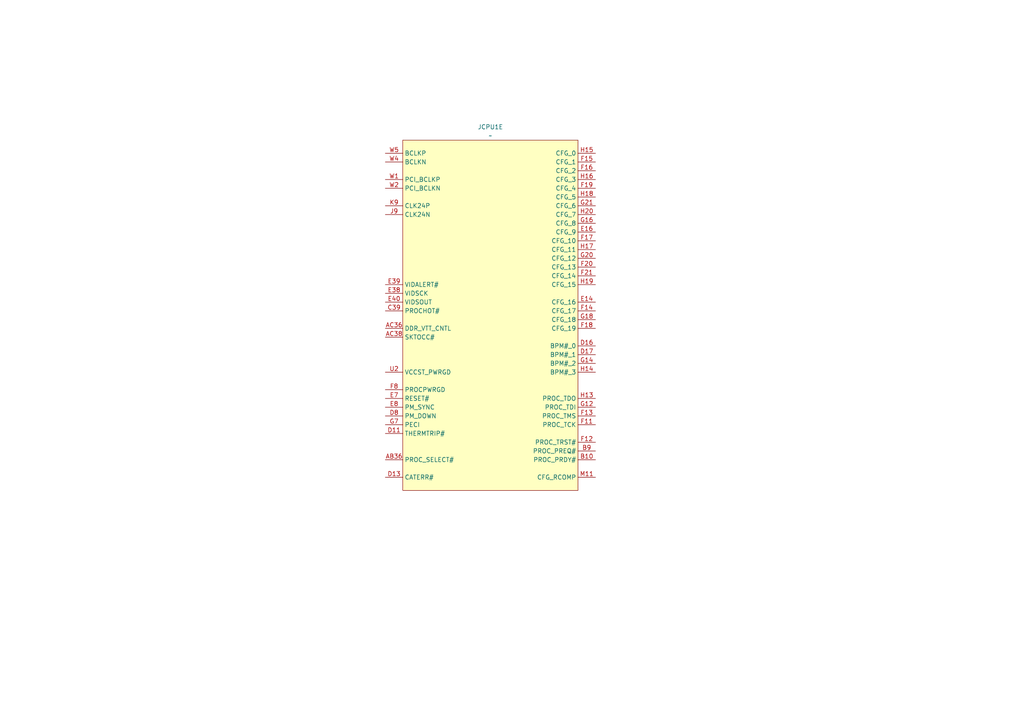
<source format=kicad_sch>
(kicad_sch (version 20250114) (generator "eeschema") (generator_version "9.0")
  (paper "A4")
  (title_block (title "CPU Clock, CFG, VID & JTAG") (company "WifiCable"))
  (lib_symbols
    (symbol "A-my-stuff:Intel_CFL_1151"
      (property "Reference" "JCPU" (at -22.86 95.25 0))
      (symbol "Intel_CFL_1151_1_1"
        (pin input line (at -39.37 90.17 0) (length 5.08) (name "DDR0_DQ_0/DDR0_DQ_0") (number "AE38"))
        (pin input line (at -39.37 87.63 0) (length 5.08) (name "DDR0_DQ_1/DDR0_DQ_1") (number "AE37"))
        (pin input line (at -39.37 85.09 0) (length 5.08) (name "DDR0_DQ_2/DDR0_DQ_2") (number "AG38"))
        (pin input line (at -39.37 82.55 0) (length 5.08) (name "DDR0_DQ_3/DDR0_DQ_3") (number "AG37"))
        (pin input line (at -39.37 80.01 0) (length 5.08) (name "DDR0_DQ_4/DDR0_DQ_4") (number "AE39"))
        (pin input line (at -39.37 77.47 0) (length 5.08) (name "DDR0_DQ_5/DDR0_DQ_5") (number "AE40"))
        (pin input line (at -39.37 74.93 0) (length 5.08) (name "DDR0_DQ_6/DDR0_DQ_6") (number "AG39"))
        (pin input line (at -39.37 72.39 0) (length 5.08) (name "DDR0_DQ_7/DDR0_DQ_7") (number "AG40"))
        (pin input line (at -39.37 69.85 0) (length 5.08) (name "DDR0_DQ_8/DDR0_DQ_8") (number "AJ38"))
        (pin input line (at -39.37 67.31 0) (length 5.08) (name "DDR0_DQ_9/DDR0_DQ_9") (number "AJ37"))
        (pin input line (at -39.37 64.77 0) (length 5.08) (name "DDR0_DQ_10/DDR0_DQ_10") (number "AL38"))
        (pin input line (at -39.37 62.23 0) (length 5.08) (name "DDR0_DQ_11/DDR0_DQ_11") (number "AL37"))
        (pin input line (at -39.37 59.69 0) (length 5.08) (name "DDR0_DQ_12/DDR0_DQ_12") (number "AJ40"))
        (pin input line (at -39.37 57.15 0) (length 5.08) (name "DDR0_DQ_13/DDR0_DQ_13") (number "AJ39"))
        (pin input line (at -39.37 54.61 0) (length 5.08) (name "DDR0_DQ_14/DDR0_DQ_14") (number "AL39"))
        (pin input line (at -39.37 52.07 0) (length 5.08) (name "DDR0_DQ_15/DDR0_DQ_15") (number "AL40"))
        (pin input line (at -39.37 48.26 0) (length 5.08) (name "DDR0_DQ_16/DDR0_DQ_32") (number "AN38"))
        (pin input line (at -39.37 45.72 0) (length 5.08) (name "DDR0_DQ_17/DDR0_DQ_33") (number "AN40"))
        (pin input line (at -39.37 43.18 0) (length 5.08) (name "DDR0_DQ_18/DDR0_DQ_34") (number "AR38"))
        (pin input line (at -39.37 40.64 0) (length 5.08) (name "DDR0_DQ_19/DDR0_DQ_35") (number "AR37"))
        (pin input line (at -39.37 38.1 0) (length 5.08) (name "DDR0_DQ_20/DDR0_DQ_36") (number "AN39"))
        (pin input line (at -39.37 35.56 0) (length 5.08) (name "DDR0_DQ_21/DDR0_DQ_37") (number "AN37"))
        (pin input line (at -39.37 33.02 0) (length 5.08) (name "DDR0_DQ_22/DDR0_DQ_38") (number "AR39"))
        (pin input line (at -39.37 30.48 0) (length 5.08) (name "DDR0_DQ_23/DDR0_DQ_39") (number "AR40"))
        (pin input line (at -39.37 27.94 0) (length 5.08) (name "DDR0_DQ_24/DDR0_DQ_40") (number "AW37"))
        (pin input line (at -39.37 25.4 0) (length 5.08) (name "DDR0_DQ_25/DDR0_DQ_41") (number "AU38"))
        (pin input line (at -39.37 22.86 0) (length 5.08) (name "DDR0_DQ_26/DDR0_DQ_42") (number "AV35"))
        (pin input line (at -39.37 20.32 0) (length 5.08) (name "DDR0_DQ_27/DDR0_DQ_43") (number "AW35"))
        (pin input line (at -39.37 17.78 0) (length 5.08) (name "DDR0_DQ_28/DDR0_DQ_44") (number "AU37"))
        (pin input line (at -39.37 15.24 0) (length 5.08) (name "DDR0_DQ_29/DDR0_DQ_45") (number "AV37"))
        (pin input line (at -39.37 12.7 0) (length 5.08) (name "DDR0_DQ_30/DDR0_DQ_46") (number "AT35"))
        (pin input line (at -39.37 10.16 0) (length 5.08) (name "DDR0_DQ_31/DDR0_DQ_47") (number "AU35"))
        (pin input line (at -39.37 6.35 0) (length 5.08) (name "DDR0_DQ_32/DDR1_DQ_0") (number "AY8"))
        (pin input line (at -39.37 3.81 0) (length 5.08) (name "DDR0_DQ_33/DDR1_DQ_1") (number "AW8"))
        (pin input line (at -39.37 1.27 0) (length 5.08) (name "DDR0_DQ_34/DDR1_DQ_2") (number "AV6"))
        (pin input line (at -39.37 -1.27 0) (length 5.08) (name "DDR0_DQ_35/DDR1_DQ_3") (number "AU6"))
        (pin input line (at -39.37 -3.81 0) (length 5.08) (name "DDR0_DQ_36/DDR1_DQ_4") (number "AU8"))
        (pin input line (at -39.37 -6.35 0) (length 5.08) (name "DDR0_DQ_37/DDR1_DQ_5") (number "AV8"))
        (pin input line (at -39.37 -8.89 0) (length 5.08) (name "DDR0_DQ_38/DDR1_DQ_6") (number "AW6"))
        (pin input line (at -39.37 -11.43 0) (length 5.08) (name "DDR0_DQ_39/DDR1_DQ_7") (number "AY6"))
        (pin input line (at -39.37 -13.97 0) (length 5.08) (name "DDR0_DQ_40/DDR1_DQ_8") (number "AY4"))
        (pin input line (at -39.37 -16.51 0) (length 5.08) (name "DDR0_DQ_41/DDR1_DQ_9") (number "AV4"))
        (pin input line (at -39.37 -19.05 0) (length 5.08) (name "DDR0_DQ_42/DDR1_DQ_10") (number "AT1"))
        (pin input line (at -39.37 -21.59 0) (length 5.08) (name "DDR0_DQ_43/DDR1_DQ_11") (number "AT2"))
        (pin input line (at -39.37 -24.13 0) (length 5.08) (name "DDR0_DQ_44/DDR1_DQ_12") (number "AV3"))
        (pin input line (at -39.37 -26.67 0) (length 5.08) (name "DDR0_DQ_45/DDR1_DQ_13") (number "AW4"))
        (pin input line (at -39.37 -29.21 0) (length 5.08) (name "DDR0_DQ_46/DDR1_DQ_14") (number "AT4"))
        (pin input line (at -39.37 -31.75 0) (length 5.08) (name "DDR0_DQ_47/DDR1_DQ_15") (number "AT3"))
        (pin input line (at -39.37 -35.56 0) (length 5.08) (name "DDR0_DQ_48/DDR1_DQ_32") (number "AP2"))
        (pin input line (at -39.37 -38.1 0) (length 5.08) (name "DDR0_DQ_49/DDR1_DQ_33") (number "AM4"))
        (pin input line (at -39.37 -40.64 0) (length 5.08) (name "DDR0_DQ_50/DDR1_DQ_34") (number "AP3"))
        (pin input line (at -39.37 -43.18 0) (length 5.08) (name "DDR0_DQ_51/DDR1_DQ_35") (number "AM3"))
        (pin input line (at -39.37 -45.72 0) (length 5.08) (name "DDR0_DQ_52/DDR1_DQ_36") (number "AP4"))
        (pin input line (at -39.37 -48.26 0) (length 5.08) (name "DDR0_DQ_53/DDR1_DQ_37") (number "AM2"))
        (pin input line (at -39.37 -50.8 0) (length 5.08) (name "DDR0_DQ_54/DDR1_DQ_38") (number "AP1"))
        (pin input line (at -39.37 -53.34 0) (length 5.08) (name "DDR0_DQ_55/DDR1_DQ_39") (number "AM1"))
        (pin input line (at -39.37 -55.88 0) (length 5.08) (name "DDR0_DQ_56/DDR1_DQ_40") (number "AK3"))
        (pin input line (at -39.37 -58.42 0) (length 5.08) (name "DDR0_DQ_57/DDR1_DQ_41") (number "AH1"))
        (pin input line (at -39.37 -60.96 0) (length 5.08) (name "DDR0_DQ_58/DDR1_DQ_42") (number "AK4"))
        (pin input line (at -39.37 -63.5 0) (length 5.08) (name "DDR0_DQ_59/DDR1_DQ_43") (number "AH2"))
        (pin input line (at -39.37 -66.04 0) (length 5.08) (name "DDR0_DQ_60/DDR1_DQ_44") (number "AH4"))
        (pin input line (at -39.37 -68.58 0) (length 5.08) (name "DDR0_DQ_61/DDR1_DQ_45") (number "AK2"))
        (pin input line (at -39.37 -71.12 0) (length 5.08) (name "DDR0_DQ_62/DDR1_DQ_46") (number "AH3"))
        (pin input line (at -39.37 -73.66 0) (length 5.08) (name "DDR0_DQ_63/DDR1_DQ_47") (number "AK1"))
        (pin input line (at -39.37 -77.47 0) (length 5.08) (name "DDR0_ECC_0") (number "AU33"))
        (pin input line (at -39.37 -80.01 0) (length 5.08) (name "DDR0_ECC_1") (number "AT33"))
        (pin input line (at -39.37 -82.55 0) (length 5.08) (name "DDR0_ECC_2") (number "AW33"))
        (pin input line (at -39.37 -85.09 0) (length 5.08) (name "DDR0_ECC_3") (number "AV31"))
        (pin input line (at -39.37 -87.63 0) (length 5.08) (name "DDR0_ECC_4") (number "AU31"))
        (pin input line (at -39.37 -90.17 0) (length 5.08) (name "DDR0_ECC_5") (number "AV33"))
        (pin input line (at -39.37 -92.71 0) (length 5.08) (name "DDR0_ECC_6") (number "AW31"))
        (pin input line (at -39.37 -95.25 0) (length 5.08) (name "DDR0_ECC_7") (number "AY31"))
        (pin input line (at 39.37 90.17 180) (length 5.08) (name "DDR0_CKP_0") (number "AW18"))
        (pin input line (at 39.37 87.63 180) (length 5.08) (name "DDR0_CKN_0") (number "AV18"))
        (pin input line (at 39.37 85.09 180) (length 5.08) (name "DDR0_CKP_1") (number "AW17"))
        (pin input line (at 39.37 82.55 180) (length 5.08) (name "DDR0_CKN_1") (number "AY17"))
        (pin input line (at 39.37 80.01 180) (length 5.08) (name "DDR0_CKP_2") (number "AW16"))
        (pin input line (at 39.37 77.47 180) (length 5.08) (name "DDR0_CKN_2") (number "AV16"))
        (pin input line (at 39.37 74.93 180) (length 5.08) (name "DDR0_CKP_3") (number "AT16"))
        (pin input line (at 39.37 72.39 180) (length 5.08) (name "DDR0_CKN_3") (number "AU16"))
        (pin input line (at 39.37 67.31 180) (length 5.08) (name "DDR0_CKE_0") (number "AY24"))
        (pin input line (at 39.37 64.77 180) (length 5.08) (name "DDR0_CKE_1") (number "AW24"))
        (pin input line (at 39.37 62.23 180) (length 5.08) (name "DDR0_CKE_2") (number "AV24"))
        (pin input line (at 39.37 59.69 180) (length 5.08) (name "DDR0_CKE_3") (number "AV25"))
        (pin input line (at 39.37 54.61 180) (length 5.08) (name "DDR0_CS#_0") (number "AW12"))
        (pin input line (at 39.37 52.07 180) (length 5.08) (name "DDR0_CS#_1") (number "AU11"))
        (pin input line (at 39.37 49.53 180) (length 5.08) (name "DDR0_CS#_2") (number "AV13"))
        (pin input line (at 39.37 46.99 180) (length 5.08) (name "DDR0_CS#_3") (number "AV10"))
        (pin input line (at 39.37 41.91 180) (length 5.08) (name "DDR0_ODT_0") (number "AW11"))
        (pin input line (at 39.37 39.37 180) (length 5.08) (name "DDR0_ODT_1") (number "AU14"))
        (pin input line (at 39.37 36.83 180) (length 5.08) (name "DDR0_ODT_2") (number "AU12"))
        (pin input line (at 39.37 34.29 180) (length 5.08) (name "DDR0_ODT_3") (number "AY10"))
        (pin input line (at 39.37 29.21 180) (length 5.08) (name "DDR0_BA_0") (number "AY13"))
        (pin input line (at 39.37 26.67 180) (length 5.08) (name "DDR0_BA_1") (number "AV15"))
        (pin input line (at 39.37 24.13 180) (length 5.08) (name "DDR0_BG_0") (number "AW23"))
        (pin input line (at 39.37 19.05 180) (length 5.08) (name "DDR0_MA_16") (number "AW13"))
        (pin input line (at 39.37 16.51 180) (length 5.08) (name "DDR0_MA_14") (number "AV14"))
        (pin input line (at 39.37 13.97 180) (length 5.08) (name "DDR0_MA_15") (number "AY11"))
        (pin input line (at 39.37 8.89 180) (length 5.08) (name "DDR0_MA_0") (number "AW15"))
        (pin input line (at 39.37 6.35 180) (length 5.08) (name "DDR0_MA_1") (number "AU18"))
        (pin input line (at 39.37 3.81 180) (length 5.08) (name "DDR0_MA_2") (number "AU17"))
        (pin input line (at 39.37 1.27 180) (length 5.08) (name "DDR0_MA_3") (number "AV19"))
        (pin input line (at 39.37 -1.27 180) (length 5.08) (name "DDR0_MA_4") (number "AT19"))
        (pin input line (at 39.37 -3.81 180) (length 5.08) (name "DDR0_MA_5") (number "AU20"))
        (pin input line (at 39.37 -6.35 180) (length 5.08) (name "DDR0_MA_6") (number "AV20"))
        (pin input line (at 39.37 -8.89 180) (length 5.08) (name "DDR0_MA_7") (number "AU21"))
        (pin input line (at 39.37 -11.43 180) (length 5.08) (name "DDR0_MA_8") (number "AT20"))
        (pin input line (at 39.37 -13.97 180) (length 5.08) (name "DDR0_MA_9") (number "AT22"))
        (pin input line (at 39.37 -16.51 180) (length 5.08) (name "DDR0_MA_10") (number "AY14"))
        (pin input line (at 39.37 -19.05 180) (length 5.08) (name "DDR0_MA_11") (number "AU22"))
        (pin input line (at 39.37 -21.59 180) (length 5.08) (name "DDR0_MA_12") (number "AV22"))
        (pin input line (at 39.37 -24.13 180) (length 5.08) (name "DDR0_MA_13") (number "AV12"))
        (pin input line (at 39.37 -26.67 180) (length 5.08) (name "DDR0_BG_1") (number "AV23"))
        (pin input line (at 39.37 -29.21 180) (length 5.08) (name "DDR0_ACT#") (number "AU24"))
        (pin input line (at 39.37 -34.29 180) (length 5.08) (name "DDR0_PAR") (number "AY15"))
        (pin input line (at 39.37 -36.83 180) (length 5.08) (name "DDR0_ALERT#") (number "AT23"))
        (pin input line (at 39.37 -41.91 180) (length 5.08) (name "DDR0_DQSP_0/DDR0_DQSP_0") (number "AF38"))
        (pin input line (at 39.37 -44.45 180) (length 5.08) (name "DDR0_DQSN_0/DDR0_DQSN_0") (number "AF39"))
        (pin input line (at 39.37 -48.26 180) (length 5.08) (name "DDR0_DQSP_1/DDR0_DQSP_1") (number "AK38"))
        (pin input line (at 39.37 -50.8 180) (length 5.08) (name "DDR0_DQSN_1/DDR0_DQSN_1") (number "AK39"))
        (pin input line (at 39.37 -54.61 180) (length 5.08) (name "DDR0_DQSP_2/DDR0_DQSP_4") (number "AP38"))
        (pin input line (at 39.37 -57.15 180) (length 5.08) (name "DDR0_DQSN_2/DDR0_DQSN_4") (number "AP39"))
        (pin input line (at 39.37 -60.96 180) (length 5.08) (name "DDR0_DQSP_3/DDR0_DQSP_5") (number "AV36"))
        (pin input line (at 39.37 -63.5 180) (length 5.08) (name "DDR0_DQSN_3/DDR0_DQSN_5") (number "AU36"))
        (pin input line (at 39.37 -67.31 180) (length 5.08) (name "DDR0_DQSP_4/DDR1_DQSP_0") (number "AV7"))
        (pin input line (at 39.37 -69.85 180) (length 5.08) (name "DDR0_DQSN_4/DDR1_DQSN_0") (number "AW7"))
        (pin input line (at 39.37 -73.66 180) (length 5.08) (name "DDR0_DQSP_5/DDR1_DQSP_1") (number "AU2"))
        (pin input line (at 39.37 -76.2 180) (length 5.08) (name "DDR0_DQSN_5/DDR1_DQSN_1") (number "AU3"))
        (pin input line (at 39.37 -80.01 180) (length 5.08) (name "DDR0_DQSP_6/DDR1_DQSP_4") (number "AN2"))
        (pin input line (at 39.37 -82.55 180) (length 5.08) (name "DDR0_DQSN_6/DDR1_DQSN_4") (number "AN3"))
        (pin input line (at 39.37 -86.36 180) (length 5.08) (name "DDR0_DQSP_7/DDR1_DQSP_5") (number "AJ2"))
        (pin input line (at 39.37 -88.9 180) (length 5.08) (name "DDR0_DQSN_7/DDR1_DQSN_5") (number "AJ3"))
        (pin input line (at 39.37 -92.71 180) (length 5.08) (name "DDR0_DQSP_8/DDR0_DQSP_8") (number "AV32"))
        (pin input line (at 39.37 -95.25 180) (length 5.08) (name "DDR0_DQSN_8/DDR0_DQSN_8") (number "AU32"))
      )
      (symbol "Intel_CFL_1151_2_1"
        (pin input line (at -39.37 90.17 0) (length 5.08) (name "DDR1_DQ_0/DDR0_DQ_16") (number "AD34"))
        (pin input line (at -39.37 87.63 0) (length 5.08) (name "DDR1_DQ_1/DDR0_DQ_17") (number "AD35"))
        (pin input line (at -39.37 85.09 0) (length 5.08) (name "DDR1_DQ_2/DDR0_DQ_18") (number "AG35"))
        (pin input line (at -39.37 82.55 0) (length 5.08) (name "DDR1_DQ_3/DDR0_DQ_19") (number "AH35"))
        (pin input line (at -39.37 80.01 0) (length 5.08) (name "DDR1_DQ_4/DDR0_DQ_20") (number "AE35"))
        (pin input line (at -39.37 77.47 0) (length 5.08) (name "DDR1_DQ_5/DDR0_DQ_21") (number "AE34"))
        (pin input line (at -39.37 74.93 0) (length 5.08) (name "DDR1_DQ_6/DDR0_DQ_22") (number "AG34"))
        (pin input line (at -39.37 72.39 0) (length 5.08) (name "DDR1_DQ_7/DDR0_DQ_23") (number "AH34"))
        (pin input line (at -39.37 69.85 0) (length 5.08) (name "DDR1_DQ_8/DDR0_DQ_24") (number "AK35"))
        (pin input line (at -39.37 67.31 0) (length 5.08) (name "DDR1_DQ_9/DDR0_DQ_25") (number "AL35"))
        (pin input line (at -39.37 64.77 0) (length 5.08) (name "DDR1_DQ_10/DDR0_DQ_26") (number "AK32"))
        (pin input line (at -39.37 62.23 0) (length 5.08) (name "DDR1_DQ_11/DDR0_DQ_27") (number "AL32"))
        (pin input line (at -39.37 59.69 0) (length 5.08) (name "DDR1_DQ_12/DDR0_DQ_28") (number "AK34"))
        (pin input line (at -39.37 57.15 0) (length 5.08) (name "DDR1_DQ_13/DDR0_DQ_29") (number "AL34"))
        (pin input line (at -39.37 54.61 0) (length 5.08) (name "DDR1_DQ_14/DDR0_DQ_30") (number "AK31"))
        (pin input line (at -39.37 52.07 0) (length 5.08) (name "DDR1_DQ_15/DDR0_DQ_31") (number "AL31"))
        (pin input line (at -39.37 48.26 0) (length 5.08) (name "DDR1_DQ_16/DDR0_DQ_48") (number "AP35"))
        (pin input line (at -39.37 45.72 0) (length 5.08) (name "DDR1_DQ_17/DDR0_DQ_49") (number "AN35"))
        (pin input line (at -39.37 43.18 0) (length 5.08) (name "DDR1_DQ_18/DDR0_DQ_50") (number "AN32"))
        (pin input line (at -39.37 40.64 0) (length 5.08) (name "DDR1_DQ_19/DDR0_DQ_51") (number "AP32"))
        (pin input line (at -39.37 38.1 0) (length 5.08) (name "DDR1_DQ_20/DDR0_DQ_52") (number "AN34"))
        (pin input line (at -39.37 35.56 0) (length 5.08) (name "DDR1_DQ_21/DDR0_DQ_53") (number "AP34"))
        (pin input line (at -39.37 33.02 0) (length 5.08) (name "DDR1_DQ_22/DDR0_DQ_54") (number "AN31"))
        (pin input line (at -39.37 30.48 0) (length 5.08) (name "DDR1_DQ_23/DDR0_DQ_55") (number "AP31"))
        (pin input line (at -39.37 27.94 0) (length 5.08) (name "DDR1_DQ_24/DDR0_DQ_56") (number "AL29"))
        (pin input line (at -39.37 25.4 0) (length 5.08) (name "DDR1_DQ_25/DDR0_DQ_57") (number "AM29"))
        (pin input line (at -39.37 22.86 0) (length 5.08) (name "DDR1_DQ_26/DDR0_DQ_58") (number "AP29"))
        (pin input line (at -39.37 20.32 0) (length 5.08) (name "DDR1_DQ_27/DDR0_DQ_59") (number "AR29"))
        (pin input line (at -39.37 17.78 0) (length 5.08) (name "DDR1_DQ_28/DDR0_DQ_60") (number "AM28"))
        (pin input line (at -39.37 15.24 0) (length 5.08) (name "DDR1_DQ_29/DDR0_DQ_61") (number "AL28"))
        (pin input line (at -39.37 12.7 0) (length 5.08) (name "DDR1_DQ_30/DDR0_DQ_62") (number "AR28"))
        (pin input line (at -39.37 10.16 0) (length 5.08) (name "DDR1_DQ_31/DDR0_DQ_63") (number "AP28"))
        (pin input line (at -39.37 6.35 0) (length 5.08) (name "DDR1_DQ_32/DDR1_DQ_16") (number "AR12"))
        (pin input line (at -39.37 3.81 0) (length 5.08) (name "DDR1_DQ_33/DDR1_DQ_17") (number "AP12"))
        (pin input line (at -39.37 1.27 0) (length 5.08) (name "DDR1_DQ_34/DDR1_DQ_18") (number "AM13"))
        (pin input line (at -39.37 -1.27 0) (length 5.08) (name "DDR1_DQ_35/DDR1_DQ_19") (number "AL13"))
        (pin input line (at -39.37 -3.81 0) (length 5.08) (name "DDR1_DQ_36/DDR1_DQ_20") (number "AR13"))
        (pin input line (at -39.37 -6.35 0) (length 5.08) (name "DDR1_DQ_37/DDR1_DQ_21") (number "AP13"))
        (pin input line (at -39.37 -8.89 0) (length 5.08) (name "DDR1_DQ_38/DDR1_DQ_22") (number "AM12"))
        (pin input line (at -39.37 -11.43 0) (length 5.08) (name "DDR1_DQ_39/DDR1_DQ_23") (number "AL12"))
        (pin input line (at -39.37 -13.97 0) (length 5.08) (name "DDR1_DQ_40/DDR1_DQ_24") (number "AP10"))
        (pin input line (at -39.37 -16.51 0) (length 5.08) (name "DDR1_DQ_41/DDR1_DQ_25") (number "AR10"))
        (pin input line (at -39.37 -19.05 0) (length 5.08) (name "DDR1_DQ_42/DDR1_DQ_26") (number "AR7"))
        (pin input line (at -39.37 -21.59 0) (length 5.08) (name "DDR1_DQ_43/DDR1_DQ_27") (number "AP7"))
        (pin input line (at -39.37 -24.13 0) (length 5.08) (name "DDR1_DQ_44/DDR1_DQ_28") (number "AR9"))
        (pin input line (at -39.37 -26.67 0) (length 5.08) (name "DDR1_DQ_45/DDR1_DQ_29") (number "AP9"))
        (pin input line (at -39.37 -29.21 0) (length 5.08) (name "DDR1_DQ_46/DDR1_DQ_30") (number "AR6"))
        (pin input line (at -39.37 -31.75 0) (length 5.08) (name "DDR1_DQ_47/DDR1_DQ_31") (number "AP6"))
        (pin input line (at -39.37 -35.56 0) (length 5.08) (name "DDR1_DQ_48/DDR1_DQ_48") (number "AM10"))
        (pin input line (at -39.37 -38.1 0) (length 5.08) (name "DDR1_DQ_49/DDR1_DQ_49") (number "AL10"))
        (pin input line (at -39.37 -40.64 0) (length 5.08) (name "DDR1_DQ_50/DDR1_DQ_50") (number "AM7"))
        (pin input line (at -39.37 -43.18 0) (length 5.08) (name "DDR1_DQ_51/DDR1_DQ_51") (number "AL7"))
        (pin input line (at -39.37 -45.72 0) (length 5.08) (name "DDR1_DQ_52/DDR1_DQ_52") (number "AM9"))
        (pin input line (at -39.37 -48.26 0) (length 5.08) (name "DDR1_DQ_53/DDR1_DQ_53") (number "AL9"))
        (pin input line (at -39.37 -50.8 0) (length 5.08) (name "DDR1_DQ_54/DDR1_DQ_54") (number "AM6"))
        (pin input line (at -39.37 -53.34 0) (length 5.08) (name "DDR1_DQ_55/DDR1_DQ_55") (number "AL6"))
        (pin input line (at -39.37 -55.88 0) (length 5.08) (name "DDR1_DQ_56/DDR1_DQ_56") (number "AJ6"))
        (pin input line (at -39.37 -58.42 0) (length 5.08) (name "DDR1_DQ_57/DDR1_DQ_57") (number "AJ7"))
        (pin input line (at -39.37 -60.96 0) (length 5.08) (name "DDR1_DQ_58/DDR1_DQ_58") (number "AE6"))
        (pin input line (at -39.37 -63.5 0) (length 5.08) (name "DDR1_DQ_59/DDR1_DQ_59") (number "AF7"))
        (pin input line (at -39.37 -66.04 0) (length 5.08) (name "DDR1_DQ_60/DDR1_DQ_60") (number "AH7"))
        (pin input line (at -39.37 -68.58 0) (length 5.08) (name "DDR1_DQ_61/DDR1_DQ_61") (number "AH6"))
        (pin input line (at -39.37 -71.12 0) (length 5.08) (name "DDR1_DQ_62/DDR1_DQ_62") (number "AE7"))
        (pin input line (at -39.37 -73.66 0) (length 5.08) (name "DDR1_DQ_63/DDR1_DQ_63") (number "AF6"))
        (pin input line (at -39.37 -77.47 0) (length 5.08) (name "DDR1_ECC_0") (number "AR25"))
        (pin input line (at -39.37 -80.01 0) (length 5.08) (name "DDR1_ECC_1") (number "AR26"))
        (pin input line (at -39.37 -82.55 0) (length 5.08) (name "DDR1_ECC_2") (number "AM26"))
        (pin input line (at -39.37 -85.09 0) (length 5.08) (name "DDR1_ECC_3") (number "AM25"))
        (pin input line (at -39.37 -87.63 0) (length 5.08) (name "DDR1_ECC_4") (number "AP26"))
        (pin input line (at -39.37 -90.17 0) (length 5.08) (name "DDR1_ECC_5") (number "AP25"))
        (pin input line (at -39.37 -92.71 0) (length 5.08) (name "DDR1_ECC_6") (number "AL25"))
        (pin input line (at -39.37 -95.25 0) (length 5.08) (name "DDR1_ECC_7") (number "AL26"))
        (pin input line (at 39.37 90.17 180) (length 5.08) (name "DDR1_CKP_0") (number "AM20"))
        (pin input line (at 39.37 87.63 180) (length 5.08) (name "DDR1_CKN_0") (number "AM21"))
        (pin input line (at 39.37 85.09 180) (length 5.08) (name "DDR1_CKP_1") (number "AP22"))
        (pin input line (at 39.37 82.55 180) (length 5.08) (name "DDR1_CKN_1") (number "AP21"))
        (pin input line (at 39.37 80.01 180) (length 5.08) (name "DDR1_CKP_2") (number "AN20"))
        (pin input line (at 39.37 77.47 180) (length 5.08) (name "DDR1_CKN_2") (number "AN21"))
        (pin input line (at 39.37 74.93 180) (length 5.08) (name "DDR1_CKP_3") (number "AP19"))
        (pin input line (at 39.37 72.39 180) (length 5.08) (name "DDR1_CKN_3") (number "AP20"))
        (pin input line (at 39.37 67.31 180) (length 5.08) (name "DDR1_CKE_0") (number "AY29"))
        (pin input line (at 39.37 64.77 180) (length 5.08) (name "DDR1_CKE_1") (number "AV29"))
        (pin input line (at 39.37 62.23 180) (length 5.08) (name "DDR1_CKE_2") (number "AW29"))
        (pin input line (at 39.37 59.69 180) (length 5.08) (name "DDR1_CKE_3") (number "AU29"))
        (pin input line (at 39.37 54.61 180) (length 5.08) (name "DDR1_CS#_0") (number "AP17"))
        (pin input line (at 39.37 52.07 180) (length 5.08) (name "DDR1_CS#_1") (number "AN15"))
        (pin input line (at 39.37 49.53 180) (length 5.08) (name "DDR1_CS#_2") (number "AN17"))
        (pin input line (at 39.37 46.99 180) (length 5.08) (name "DDR1_CS#_3") (number "AM15"))
        (pin input line (at 39.37 41.91 180) (length 5.08) (name "DDR1_ODT_0") (number "AM16"))
        (pin input line (at 39.37 39.37 180) (length 5.08) (name "DDR1_ODT_1") (number "AL16"))
        (pin input line (at 39.37 36.83 180) (length 5.08) (name "DDR1_ODT_2") (number "AP15"))
        (pin input line (at 39.37 34.29 180) (length 5.08) (name "DDR1_ODT_3") (number "AL15"))
        (pin input line (at 39.37 29.21 180) (length 5.08) (name "DDR1_BA_0") (number "AL18"))
        (pin input line (at 39.37 26.67 180) (length 5.08) (name "DDR1_BA_1") (number "AM18"))
        (pin input line (at 39.37 24.13 180) (length 5.08) (name "DDR1_BG_0") (number "AW28"))
        (pin input line (at 39.37 19.05 180) (length 5.08) (name "DDR1_MA_16") (number "AN18"))
        (pin input line (at 39.37 16.51 180) (length 5.08) (name "DDR1_MA_14") (number "AL17"))
        (pin input line (at 39.37 13.97 180) (length 5.08) (name "DDR1_MA_15") (number "AP16"))
        (pin input line (at 39.37 8.89 180) (length 5.08) (name "DDR1_MA_0") (number "AL19"))
        (pin input line (at 39.37 6.35 180) (length 5.08) (name "DDR1_MA_1") (number "AL22"))
        (pin input line (at 39.37 3.81 180) (length 5.08) (name "DDR1_MA_2") (number "AM22"))
        (pin input line (at 39.37 1.27 180) (length 5.08) (name "DDR1_MA_3") (number "AM23"))
        (pin input line (at 39.37 -1.27 180) (length 5.08) (name "DDR1_MA_4") (number "AP23"))
        (pin input line (at 39.37 -3.81 180) (length 5.08) (name "DDR1_MA_5") (number "AL23"))
        (pin input line (at 39.37 -6.35 180) (length 5.08) (name "DDR1_MA_6") (number "AW26"))
        (pin input line (at 39.37 -8.89 180) (length 5.08) (name "DDR1_MA_7") (number "AY26"))
        (pin input line (at 39.37 -11.43 180) (length 5.08) (name "DDR1_MA_8") (number "AU26"))
        (pin input line (at 39.37 -13.97 180) (length 5.08) (name "DDR1_MA_9") (number "AW27"))
        (pin input line (at 39.37 -16.51 180) (length 5.08) (name "DDR1_MA_10") (number "AP18"))
        (pin input line (at 39.37 -19.05 180) (length 5.08) (name "DDR1_MA_11") (number "AU27"))
        (pin input line (at 39.37 -21.59 180) (length 5.08) (name "DDR1_MA_12") (number "AV27"))
        (pin input line (at 39.37 -24.13 180) (length 5.08) (name "DDR1_MA_13") (number "AR15"))
        (pin input line (at 39.37 -26.67 180) (length 5.08) (name "DDR1_BG_1") (number "AY28"))
        (pin input line (at 39.37 -29.21 180) (length 5.08) (name "DDR1_ACT#") (number "AU28"))
        (pin input line (at 39.37 -34.29 180) (length 5.08) (name "DDR1_PAR") (number "AL20"))
        (pin input line (at 39.37 -36.83 180) (length 5.08) (name "DDR1_ALERT#") (number "AY25"))
        (pin input line (at 39.37 -41.91 180) (length 5.08) (name "DDR1_DQSP_0/DDR0_DQSP_2") (number "AF35"))
        (pin input line (at 39.37 -44.45 180) (length 5.08) (name "DDR1_DQSN_0/DDR0_DQSN_2") (number "AF34"))
        (pin input line (at 39.37 -48.26 180) (length 5.08) (name "DDR1_DQSP_1/DDR0_DQSP_3") (number "AL33"))
        (pin input line (at 39.37 -50.8 180) (length 5.08) (name "DDR1_DQSN_1/DDR0_DQSN_3") (number "AK33"))
        (pin input line (at 39.37 -54.61 180) (length 5.08) (name "DDR1_DQSP_2/DDR0_DQSP_6") (number "AP33"))
        (pin input line (at 39.37 -57.15 180) (length 5.08) (name "DDR1_DQSN_2/DDR0_DQSN_6") (number "AN33"))
        (pin input line (at 39.37 -60.96 180) (length 5.08) (name "DDR1_DQSP_3/DDR0_DQSP_7") (number "AN28"))
        (pin input line (at 39.37 -63.5 180) (length 5.08) (name "DDR1_DQSN_3/DDR0_DQSN_7") (number "AN29"))
        (pin input line (at 39.37 -67.31 180) (length 5.08) (name "DDR1_DQSP_4/DDR1_DQSP_2") (number "AN12"))
        (pin input line (at 39.37 -69.85 180) (length 5.08) (name "DDR1_DQSN_4/DDR1_DQSN_2") (number "AN13"))
        (pin input line (at 39.37 -73.66 180) (length 5.08) (name "DDR1_DQSP_5/DDR1_DQSP_3") (number "AP8"))
        (pin input line (at 39.37 -76.2 180) (length 5.08) (name "DDR1_DQSN_5/DDR1_DQSN_3") (number "AR8"))
        (pin input line (at 39.37 -80.01 180) (length 5.08) (name "DDR1_DQSP_6/DDR1_DQSP_6") (number "AL8"))
        (pin input line (at 39.37 -82.55 180) (length 5.08) (name "DDR1_DQSN_6/DDR1_DQSN_6") (number "AM8"))
        (pin input line (at 39.37 -86.36 180) (length 5.08) (name "DDR1_DQSP_7/DDR1_DQSP_7") (number "AG7"))
        (pin input line (at 39.37 -88.9 180) (length 5.08) (name "DDR1_DQSN_7/DDR1_DQSN_7") (number "AG6"))
        (pin input line (at 39.37 -92.71 180) (length 5.08) (name "DDR1_DQSP_8/DDR1_DQSP_8") (number "AN25"))
        (pin input line (at 39.37 -95.25 180) (length 5.08) (name "DDR1_DQSN_8/DDR1_DQSN_8") (number "AN26"))
        (pin input line (at 39.37 -100.33 180) (length 5.08) (name "DDR_VREF_CA") (number "AB40"))
        (pin input line (at 39.37 -102.87 180) (length 5.08) (name "DDR0_VREF_DQ") (number "AC40"))
        (pin input line (at 39.37 -105.41 180) (length 5.08) (name "DDR1_VREF_DQ") (number "AC39"))
      )
      (symbol "Intel_CFL_1151_3_1"
        (pin input line (at -30.48 90.17 0) (length 5.08) (name "PEG_RXP_0") (number "B8"))
        (pin input line (at -30.48 87.63 0) (length 5.08) (name "PEG_RXN_0") (number "B7"))
        (pin input line (at -30.48 82.55 0) (length 5.08) (name "PEG_RXP_1") (number "C7"))
        (pin input line (at -30.48 80.01 0) (length 5.08) (name "PEG_RXN_1") (number "C6"))
        (pin input line (at -30.48 74.93 0) (length 5.08) (name "PEG_RXP_2") (number "D6"))
        (pin input line (at -30.48 72.39 0) (length 5.08) (name "PEG_RXN_2") (number "D5"))
        (pin input line (at -30.48 67.31 0) (length 5.08) (name "PEG_RXP_3") (number "E5"))
        (pin input line (at -30.48 64.77 0) (length 5.08) (name "PEG_RXN_3") (number "E4"))
        (pin input line (at -30.48 59.69 0) (length 5.08) (name "PEG_RXP_4") (number "F6"))
        (pin input line (at -30.48 57.15 0) (length 5.08) (name "PEG_RXN_4") (number "F5"))
        (pin input line (at -30.48 52.07 0) (length 5.08) (name "PEG_RXP_5") (number "G5"))
        (pin input line (at -30.48 49.53 0) (length 5.08) (name "PEG_RXN_5") (number "G4"))
        (pin input line (at -30.48 44.45 0) (length 5.08) (name "PEG_RXP_6") (number "H6"))
        (pin input line (at -30.48 41.91 0) (length 5.08) (name "PEG_RXN_6") (number "H5"))
        (pin input line (at -30.48 36.83 0) (length 5.08) (name "PEG_RXP_7") (number "J5"))
        (pin input line (at -30.48 34.29 0) (length 5.08) (name "PEG_RXN_7") (number "J4"))
        (pin input line (at -30.48 29.21 0) (length 5.08) (name "PEG_RXP_8") (number "K6"))
        (pin input line (at -30.48 26.67 0) (length 5.08) (name "PEG_RXN_8") (number "K5"))
        (pin input line (at -30.48 21.59 0) (length 5.08) (name "PEG_RXP_9") (number "L5"))
        (pin input line (at -30.48 19.05 0) (length 5.08) (name "PEG_RXN_9") (number "L4"))
        (pin input line (at -30.48 13.97 0) (length 5.08) (name "PEG_RXP_10") (number "M6"))
        (pin input line (at -30.48 11.43 0) (length 5.08) (name "PEG_RXN_10") (number "M5"))
        (pin input line (at -30.48 6.35 0) (length 5.08) (name "PEG_RXP_11") (number "N5"))
        (pin input line (at -30.48 3.81 0) (length 5.08) (name "PEG_RXN_11") (number "N4"))
        (pin input line (at -30.48 -1.27 0) (length 5.08) (name "PEG_RXP_12") (number "P6"))
        (pin input line (at -30.48 -3.81 0) (length 5.08) (name "PEG_RXN_12") (number "P5"))
        (pin input line (at -30.48 -8.89 0) (length 5.08) (name "PEG_RXP_13") (number "R5"))
        (pin input line (at -30.48 -11.43 0) (length 5.08) (name "PEG_RXN_13") (number "R4"))
        (pin input line (at -30.48 -16.51 0) (length 5.08) (name "PEG_RXP_14") (number "T6"))
        (pin input line (at -30.48 -19.05 0) (length 5.08) (name "PEG_RXN_14") (number "T5"))
        (pin input line (at -30.48 -24.13 0) (length 5.08) (name "PEG_RXP_15") (number "U5"))
        (pin input line (at -30.48 -26.67 0) (length 5.08) (name "PEG_RXN_15") (number "U4"))
        (pin input line (at -30.48 -31.75 0) (length 5.08) (name "PEG_RCOMP") (number "L7"))
        (pin input line (at -30.48 -41.91 0) (length 5.08) (name "DMI_RXP_0") (number "Y3"))
        (pin input line (at -30.48 -44.45 0) (length 5.08) (name "DMI_RXN_0") (number "Y4"))
        (pin input line (at -30.48 -49.53 0) (length 5.08) (name "DMI_RXP_1") (number "AA4"))
        (pin input line (at -30.48 -52.07 0) (length 5.08) (name "DMI_RXN_1") (number "AA5"))
        (pin input line (at -30.48 -57.15 0) (length 5.08) (name "DMI_RXP_2") (number "AB4"))
        (pin input line (at -30.48 -59.69 0) (length 5.08) (name "DMI_RXN_2") (number "AB3"))
        (pin input line (at -30.48 -64.77 0) (length 5.08) (name "DMI_RXP_3") (number "AC4"))
        (pin input line (at -30.48 -67.31 0) (length 5.08) (name "DMI_RXN_3") (number "AC5"))
        (pin input line (at 30.48 90.17 180) (length 5.08) (name "PEG_TXP_0") (number "A5"))
        (pin input line (at 30.48 87.63 180) (length 5.08) (name "PEG_TXN_0") (number "A6"))
        (pin input line (at 30.48 82.55 180) (length 5.08) (name "PEG_TXP_1") (number "B4"))
        (pin input line (at 30.48 80.01 180) (length 5.08) (name "PEG_TXN_1") (number "B5"))
        (pin input line (at 30.48 74.93 180) (length 5.08) (name "PEG_TXP_2") (number "C3"))
        (pin input line (at 30.48 72.39 180) (length 5.08) (name "PEG_TXN_2") (number "C4"))
        (pin input line (at 30.48 67.31 180) (length 5.08) (name "PEG_TXP_3") (number "D2"))
        (pin input line (at 30.48 64.77 180) (length 5.08) (name "PEG_TXN_3") (number "D3"))
        (pin input line (at 30.48 59.69 180) (length 5.08) (name "PEG_TXP_4") (number "E1"))
        (pin input line (at 30.48 57.15 180) (length 5.08) (name "PEG_TXN_4") (number "E2"))
        (pin input line (at 30.48 52.07 180) (length 5.08) (name "PEG_TXP_5") (number "F2"))
        (pin input line (at 30.48 49.53 180) (length 5.08) (name "PEG_TXN_5") (number "F3"))
        (pin input line (at 30.48 44.45 180) (length 5.08) (name "PEG_TXP_6") (number "G1"))
        (pin input line (at 30.48 41.91 180) (length 5.08) (name "PEG_TXN_6") (number "G2"))
        (pin input line (at 30.48 36.83 180) (length 5.08) (name "PEG_TXP_7") (number "H2"))
        (pin input line (at 30.48 34.29 180) (length 5.08) (name "PEG_TXN_7") (number "H3"))
        (pin input line (at 30.48 29.21 180) (length 5.08) (name "PEG_TXP_8") (number "J1"))
        (pin input line (at 30.48 26.67 180) (length 5.08) (name "PEG_TXN_8") (number "J2"))
        (pin input line (at 30.48 21.59 180) (length 5.08) (name "PEG_TXP_9") (number "K2"))
        (pin input line (at 30.48 19.05 180) (length 5.08) (name "PEG_TXN_9") (number "K3"))
        (pin input line (at 30.48 13.97 180) (length 5.08) (name "PEG_TXP_10") (number "L1"))
        (pin input line (at 30.48 11.43 180) (length 5.08) (name "PEG_TXN_10") (number "L2"))
        (pin input line (at 30.48 6.35 180) (length 5.08) (name "PEG_TXP_11") (number "M2"))
        (pin input line (at 30.48 3.81 180) (length 5.08) (name "PEG_TXN_11") (number "M3"))
        (pin input line (at 30.48 -1.27 180) (length 5.08) (name "PEG_TXP_12") (number "N1"))
        (pin input line (at 30.48 -3.81 180) (length 5.08) (name "PEG_TXN_12") (number "N2"))
        (pin input line (at 30.48 -8.89 180) (length 5.08) (name "PEG_TXP_13") (number "P2"))
        (pin input line (at 30.48 -11.43 180) (length 5.08) (name "PEG_TXN_13") (number "P3"))
        (pin input line (at 30.48 -16.51 180) (length 5.08) (name "PEG_TXP_14") (number "R2"))
        (pin input line (at 30.48 -19.05 180) (length 5.08) (name "PEG_TXN_14") (number "R1"))
        (pin input line (at 30.48 -24.13 180) (length 5.08) (name "PEG_TXP_15") (number "T2"))
        (pin input line (at 30.48 -26.67 180) (length 5.08) (name "PEG_TXN_15") (number "T3"))
        (pin input line (at 30.48 -41.91 180) (length 5.08) (name "DMI_TXP_0") (number "AC2"))
        (pin input line (at 30.48 -44.45 180) (length 5.08) (name "DMI_TXN_0") (number "AC1"))
        (pin input line (at 30.48 -49.53 180) (length 5.08) (name "DMI_TXP_1") (number "AD3"))
        (pin input line (at 30.48 -52.07 180) (length 5.08) (name "DMI_TXN_1") (number "AD2"))
        (pin input line (at 30.48 -57.15 180) (length 5.08) (name "DMI_TXP_2") (number "AE2"))
        (pin input line (at 30.48 -59.69 180) (length 5.08) (name "DMI_TXN_2") (number "AE1"))
        (pin input line (at 30.48 -64.77 180) (length 5.08) (name "DMI_TXP_3") (number "AF2"))
        (pin input line (at 30.48 -67.31 180) (length 5.08) (name "DMI_TXN_3") (number "AF3"))
      )
      (symbol "Intel_CFL_1151_4_1"
        (pin input line (at -30.48 90.17 0) (length 5.08) (name "DDI1_TXP_0") (number "C21"))
        (pin input line (at -30.48 87.63 0) (length 5.08) (name "DDI1_TXN_0") (number "D21"))
        (pin input line (at -30.48 85.09 0) (length 5.08) (name "DDI1_TXP_1") (number "D22"))
        (pin input line (at -30.48 82.55 0) (length 5.08) (name "DDI1_TXN_1") (number "E22"))
        (pin input line (at -30.48 80.01 0) (length 5.08) (name "DDI1_TXP_2") (number "B23"))
        (pin input line (at -30.48 77.47 0) (length 5.08) (name "DDI1_TXN_2") (number "A23"))
        (pin input line (at -30.48 74.93 0) (length 5.08) (name "DDI1_TXP_3") (number "C23"))
        (pin input line (at -30.48 72.39 0) (length 5.08) (name "DDI1_TXN_3") (number "D23"))
        (pin input line (at -30.48 67.31 0) (length 5.08) (name "DDI1_AUXP") (number "B13"))
        (pin input line (at -30.48 64.77 0) (length 5.08) (name "DDI1_AUXN") (number "C13"))
        (pin input line (at -30.48 57.15 0) (length 5.08) (name "DDI2_TXP_0") (number "B18"))
        (pin input line (at -30.48 54.61 0) (length 5.08) (name "DDI2_TXN_0") (number "A18"))
        (pin input line (at -30.48 52.07 0) (length 5.08) (name "DDI2_TXP_1") (number "D18"))
        (pin input line (at -30.48 49.53 0) (length 5.08) (name "DDI2_TXN_1") (number "E18"))
        (pin input line (at -30.48 46.99 0) (length 5.08) (name "DDI2_TXP_2") (number "C19"))
        (pin input line (at -30.48 44.45 0) (length 5.08) (name "DDI2_TXN_2") (number "D19"))
        (pin input line (at -30.48 41.91 0) (length 5.08) (name "DDI2_TXP_3") (number "D20"))
        (pin input line (at -30.48 39.37 0) (length 5.08) (name "DDI2_TXN_3") (number "E20"))
        (pin input line (at -30.48 34.29 0) (length 5.08) (name "DDI2_AUXP") (number "A12"))
        (pin input line (at -30.48 31.75 0) (length 5.08) (name "DDI2_AUXN") (number "B12"))
        (pin input line (at -30.48 24.13 0) (length 5.08) (name "DDI3_TXP_0") (number "B14"))
        (pin input line (at -30.48 21.59 0) (length 5.08) (name "DDI3_TXN_0") (number "A14"))
        (pin input line (at -30.48 19.05 0) (length 5.08) (name "DDI3_TXP_1") (number "C15"))
        (pin input line (at -30.48 16.51 0) (length 5.08) (name "DDI3_TXN_1") (number "B15"))
        (pin input line (at -30.48 13.97 0) (length 5.08) (name "DDI3_TXP_2") (number "B16"))
        (pin input line (at -30.48 11.43 0) (length 5.08) (name "DDI3_TXN_2") (number "A16"))
        (pin input line (at -30.48 8.89 0) (length 5.08) (name "DDI3_TXP_3") (number "C17"))
        (pin input line (at -30.48 6.35 0) (length 5.08) (name "DDI3_TXN_3") (number "B17"))
        (pin input line (at -30.48 1.27 0) (length 5.08) (name "DDI3_AUXP") (number "B11"))
        (pin input line (at -30.48 -1.27 0) (length 5.08) (name "DDI3_AUXN") (number "C11"))
        (pin input line (at 30.48 90.17 180) (length 5.08) (name "EDP_TXP_0") (number "E10"))
        (pin input line (at 30.48 87.63 180) (length 5.08) (name "EDP_TXN_0") (number "D10"))
        (pin input line (at 30.48 85.09 180) (length 5.08) (name "EDP_TXP_1") (number "D9"))
        (pin input line (at 30.48 82.55 180) (length 5.08) (name "EDP_TXN_1") (number "C9"))
        (pin input line (at 30.48 80.01 180) (length 5.08) (name "EDP_TXP_2") (number "H10"))
        (pin input line (at 30.48 77.47 180) (length 5.08) (name "EDP_TXN_2") (number "G10"))
        (pin input line (at 30.48 74.93 180) (length 5.08) (name "EDP_TXP_3") (number "G9"))
        (pin input line (at 30.48 72.39 180) (length 5.08) (name "EDP_TXN_3") (number "F9"))
        (pin input line (at 30.48 67.31 180) (length 5.08) (name "EDP_AUXP") (number "D12"))
        (pin input line (at 30.48 64.77 180) (length 5.08) (name "EDP_AUXN") (number "E12"))
        (pin input line (at 30.48 54.61 180) (length 5.08) (name "EDP_DISP_UTIL") (number "D14"))
        (pin input line (at 30.48 46.99 180) (length 5.08) (name "DISP_RCOMP") (number "M9"))
        (pin input line (at 30.48 3.81 180) (length 5.08) (name "PROC_AUDIO_CLK") (number "V3"))
        (pin input line (at 30.48 1.27 180) (length 5.08) (name "PROC_AUDIO_SDI") (number "V2"))
        (pin input line (at 30.48 -1.27 180) (length 5.08) (name "PROC_AUDIO_SDO") (number "U1"))
      )
      (symbol "Intel_CFL_1151_5_1"
        (pin input line (at -30.48 90.17 0) (length 5.08) (name "BCLKP") (number "W5"))
        (pin input line (at -30.48 87.63 0) (length 5.08) (name "BCLKN") (number "W4"))
        (pin input line (at -30.48 82.55 0) (length 5.08) (name "PCI_BCLKP") (number "W1"))
        (pin input line (at -30.48 80.01 0) (length 5.08) (name "PCI_BCLKN") (number "W2"))
        (pin input line (at -30.48 74.93 0) (length 5.08) (name "CLK24P") (number "K9"))
        (pin input line (at -30.48 72.39 0) (length 5.08) (name "CLK24N") (number "J9"))
        (pin input line (at -30.48 52.07 0) (length 5.08) (name "VIDALERT#") (number "E39"))
        (pin input line (at -30.48 49.53 0) (length 5.08) (name "VIDSCK") (number "E38"))
        (pin input line (at -30.48 46.99 0) (length 5.08) (name "VIDSOUT") (number "E40"))
        (pin input line (at -30.48 44.45 0) (length 5.08) (name "PROCHOT#") (number "C39"))
        (pin input line (at -30.48 39.37 0) (length 5.08) (name "DDR_VTT_CNTL") (number "AC36"))
        (pin input line (at -30.48 36.83 0) (length 5.08) (name "SKTOCC#") (number "AC38"))
        (pin input line (at -30.48 26.67 0) (length 5.08) (name "VCCST_PWRGD") (number "U2"))
        (pin input line (at -30.48 21.59 0) (length 5.08) (name "PROCPWRGD") (number "F8"))
        (pin input line (at -30.48 19.05 0) (length 5.08) (name "RESET#") (number "E7"))
        (pin input line (at -30.48 16.51 0) (length 5.08) (name "PM_SYNC") (number "E8"))
        (pin input line (at -30.48 13.97 0) (length 5.08) (name "PM_DOWN") (number "D8"))
        (pin input line (at -30.48 11.43 0) (length 5.08) (name "PECI") (number "G7"))
        (pin input line (at -30.48 8.89 0) (length 5.08) (name "THERMTRIP#") (number "D11"))
        (pin input line (at -30.48 1.27 0) (length 5.08) (name "PROC_SELECT#") (number "AB36"))
        (pin input line (at -30.48 -3.81 0) (length 5.08) (name "CATERR#") (number "D13"))
        (pin input line (at 30.48 90.17 180) (length 5.08) (name "CFG_0") (number "H15"))
        (pin input line (at 30.48 87.63 180) (length 5.08) (name "CFG_1") (number "F15"))
        (pin input line (at 30.48 85.09 180) (length 5.08) (name "CFG_2") (number "F16"))
        (pin input line (at 30.48 82.55 180) (length 5.08) (name "CFG_3") (number "H16"))
        (pin input line (at 30.48 80.01 180) (length 5.08) (name "CFG_4") (number "F19"))
        (pin input line (at 30.48 77.47 180) (length 5.08) (name "CFG_5") (number "H18"))
        (pin input line (at 30.48 74.93 180) (length 5.08) (name "CFG_6") (number "G21"))
        (pin input line (at 30.48 72.39 180) (length 5.08) (name "CFG_7") (number "H20"))
        (pin input line (at 30.48 69.85 180) (length 5.08) (name "CFG_8") (number "G16"))
        (pin input line (at 30.48 67.31 180) (length 5.08) (name "CFG_9") (number "E16"))
        (pin input line (at 30.48 64.77 180) (length 5.08) (name "CFG_10") (number "F17"))
        (pin input line (at 30.48 62.23 180) (length 5.08) (name "CFG_11") (number "H17"))
        (pin input line (at 30.48 59.69 180) (length 5.08) (name "CFG_12") (number "G20"))
        (pin input line (at 30.48 57.15 180) (length 5.08) (name "CFG_13") (number "F20"))
        (pin input line (at 30.48 54.61 180) (length 5.08) (name "CFG_14") (number "F21"))
        (pin input line (at 30.48 52.07 180) (length 5.08) (name "CFG_15") (number "H19"))
        (pin input line (at 30.48 46.99 180) (length 5.08) (name "CFG_16") (number "E14"))
        (pin input line (at 30.48 44.45 180) (length 5.08) (name "CFG_17") (number "F14"))
        (pin input line (at 30.48 41.91 180) (length 5.08) (name "CFG_18") (number "G18"))
        (pin input line (at 30.48 39.37 180) (length 5.08) (name "CFG_19") (number "F18"))
        (pin input line (at 30.48 34.29 180) (length 5.08) (name "BPM#_0") (number "D16"))
        (pin input line (at 30.48 31.75 180) (length 5.08) (name "BPM#_1") (number "D17"))
        (pin input line (at 30.48 29.21 180) (length 5.08) (name "BPM#_2") (number "G14"))
        (pin input line (at 30.48 26.67 180) (length 5.08) (name "BPM#_3") (number "H14"))
        (pin input line (at 30.48 19.05 180) (length 5.08) (name "PROC_TDO") (number "H13"))
        (pin input line (at 30.48 16.51 180) (length 5.08) (name "PROC_TDI") (number "G12"))
        (pin input line (at 30.48 13.97 180) (length 5.08) (name "PROC_TMS") (number "F13"))
        (pin input line (at 30.48 11.43 180) (length 5.08) (name "PROC_TCK") (number "F11"))
        (pin input line (at 30.48 6.35 180) (length 5.08) (name "PROC_TRST#") (number "F12"))
        (pin input line (at 30.48 3.81 180) (length 5.08) (name "PROC_PREQ#") (number "B9"))
        (pin input line (at 30.48 1.27 180) (length 5.08) (name "PROC_PRDY#") (number "B10"))
        (pin input line (at 30.48 -3.81 180) (length 5.08) (name "CFG_RCOMP") (number "M11"))
      )
      (symbol "Intel_CFL_1151_6_1"
        (pin input line (at -40.64 90.17 0) (length 5.08) (name "DDR0_DQ_0/DDR0_DQ_0") (number "AE38"))
        (pin input line (at -40.64 87.63 0) (length 5.08) (name "DDR0_DQ_1/DDR0_DQ_1") (number "AE37"))
        (pin input line (at -40.64 85.09 0) (length 5.08) (name "DDR0_DQ_2/DDR0_DQ_2") (number "AG38"))
        (pin input line (at -40.64 82.55 0) (length 5.08) (name "DDR0_DQ_3/DDR0_DQ_3") (number "AG37"))
        (pin input line (at -40.64 80.01 0) (length 5.08) (name "DDR0_DQ_4/DDR0_DQ_4") (number "AE39"))
        (pin input line (at -40.64 77.47 0) (length 5.08) (name "DDR0_DQ_5/DDR0_DQ_5") (number "AE40"))
        (pin input line (at -40.64 74.93 0) (length 5.08) (name "DDR0_DQ_6/DDR0_DQ_6") (number "AG39"))
        (pin input line (at -40.64 72.39 0) (length 5.08) (name "DDR0_DQ_7/DDR0_DQ_7") (number "AG40"))
        (pin input line (at -40.64 69.85 0) (length 5.08) (name "DDR0_DQ_8/DDR0_DQ_8") (number "AJ38"))
        (pin input line (at -40.64 67.31 0) (length 5.08) (name "DDR0_DQ_9/DDR0_DQ_9") (number "AJ37"))
        (pin input line (at -40.64 64.77 0) (length 5.08) (name "DDR0_DQ_10/DDR0_DQ_10") (number "AL38"))
        (pin input line (at -40.64 62.23 0) (length 5.08) (name "DDR0_DQ_11/DDR0_DQ_11") (number "AL37"))
        (pin input line (at -40.64 59.69 0) (length 5.08) (name "DDR0_DQ_12/DDR0_DQ_12") (number "AJ40"))
        (pin input line (at -40.64 57.15 0) (length 5.08) (name "DDR0_DQ_13/DDR0_DQ_13") (number "AJ39"))
        (pin input line (at -40.64 54.61 0) (length 5.08) (name "DDR0_DQ_14/DDR0_DQ_14") (number "AL39"))
        (pin input line (at -40.64 52.07 0) (length 5.08) (name "DDR0_DQ_15/DDR0_DQ_15") (number "AL40"))
        (pin input line (at -40.64 48.26 0) (length 5.08) (name "DDR0_DQ_16/DDR0_DQ_32") (number "AN38"))
        (pin input line (at -40.64 45.72 0) (length 5.08) (name "DDR0_DQ_17/DDR0_DQ_33") (number "AN40"))
        (pin input line (at -40.64 43.18 0) (length 5.08) (name "DDR0_DQ_18/DDR0_DQ_34") (number "AR38"))
        (pin input line (at -40.64 40.64 0) (length 5.08) (name "DDR0_DQ_19/DDR0_DQ_35") (number "AR37"))
        (pin input line (at -40.64 38.1 0) (length 5.08) (name "DDR0_DQ_20/DDR0_DQ_36") (number "AN39"))
        (pin input line (at -40.64 35.56 0) (length 5.08) (name "DDR0_DQ_21/DDR0_DQ_37") (number "AN37"))
        (pin input line (at -40.64 33.02 0) (length 5.08) (name "DDR0_DQ_22/DDR0_DQ_38") (number "AR39"))
        (pin input line (at -40.64 30.48 0) (length 5.08) (name "DDR0_DQ_23/DDR0_DQ_39") (number "AR40"))
        (pin input line (at -40.64 27.94 0) (length 5.08) (name "DDR0_DQ_24/DDR0_DQ_40") (number "AW37"))
        (pin input line (at -40.64 25.4 0) (length 5.08) (name "DDR0_DQ_25/DDR0_DQ_41") (number "AU38"))
        (pin input line (at -40.64 22.86 0) (length 5.08) (name "DDR0_DQ_26/DDR0_DQ_42") (number "AV35"))
        (pin input line (at -40.64 20.32 0) (length 5.08) (name "DDR0_DQ_27/DDR0_DQ_43") (number "AW35"))
        (pin input line (at -40.64 17.78 0) (length 5.08) (name "DDR0_DQ_28/DDR0_DQ_44") (number "AU37"))
        (pin input line (at -40.64 15.24 0) (length 5.08) (name "DDR0_DQ_29/DDR0_DQ_45") (number "AV37"))
        (pin input line (at -40.64 12.7 0) (length 5.08) (name "DDR0_DQ_30/DDR0_DQ_46") (number "AT35"))
        (pin input line (at -40.64 10.16 0) (length 5.08) (name "DDR0_DQ_31/DDR0_DQ_47") (number "AU35"))
        (pin input line (at -40.64 6.35 0) (length 5.08) (name "DDR0_DQ_32/DDR1_DQ_0") (number "AY8"))
        (pin input line (at -40.64 3.81 0) (length 5.08) (name "DDR0_DQ_33/DDR1_DQ_1") (number "AW8"))
        (pin input line (at -40.64 1.27 0) (length 5.08) (name "DDR0_DQ_34/DDR1_DQ_2") (number "AV6"))
        (pin input line (at -40.64 -1.27 0) (length 5.08) (name "DDR0_DQ_35/DDR1_DQ_3") (number "AU6"))
        (pin input line (at -40.64 -3.81 0) (length 5.08) (name "DDR0_DQ_36/DDR1_DQ_4") (number "AU8"))
        (pin input line (at -40.64 -6.35 0) (length 5.08) (name "DDR0_DQ_37/DDR1_DQ_5") (number "AV8"))
        (pin input line (at -40.64 -8.89 0) (length 5.08) (name "DDR0_DQ_38/DDR1_DQ_6") (number "AW6"))
        (pin input line (at -40.64 -11.43 0) (length 5.08) (name "DDR0_DQ_39/DDR1_DQ_7") (number "AY6"))
        (pin input line (at -40.64 -13.97 0) (length 5.08) (name "DDR0_DQ_40/DDR1_DQ_8") (number "AY4"))
        (pin input line (at -40.64 -16.51 0) (length 5.08) (name "DDR0_DQ_41/DDR1_DQ_9") (number "AV4"))
        (pin input line (at -40.64 -19.05 0) (length 5.08) (name "DDR0_DQ_42/DDR1_DQ_10") (number "AT1"))
        (pin input line (at -40.64 -21.59 0) (length 5.08) (name "DDR0_DQ_43/DDR1_DQ_11") (number "AT2"))
        (pin input line (at -40.64 -24.13 0) (length 5.08) (name "DDR0_DQ_44/DDR1_DQ_12") (number "AV3"))
        (pin input line (at -40.64 -26.67 0) (length 5.08) (name "DDR0_DQ_45/DDR1_DQ_13") (number "AW4"))
        (pin input line (at -40.64 -29.21 0) (length 5.08) (name "DDR0_DQ_46/DDR1_DQ_14") (number "AT4"))
        (pin input line (at -40.64 -31.75 0) (length 5.08) (name "DDR0_DQ_47/DDR1_DQ_15") (number "AT3"))
        (pin input line (at -40.64 -35.56 0) (length 5.08) (name "DDR0_DQ_48/DDR1_DQ_32") (number "AP2"))
        (pin input line (at -40.64 -38.1 0) (length 5.08) (name "DDR0_DQ_49/DDR1_DQ_33") (number "AM4"))
        (pin input line (at -40.64 -40.64 0) (length 5.08) (name "DDR0_DQ_50/DDR1_DQ_34") (number "AP3"))
        (pin input line (at -40.64 -43.18 0) (length 5.08) (name "DDR0_DQ_51/DDR1_DQ_35") (number "AM3"))
        (pin input line (at -40.64 -45.72 0) (length 5.08) (name "DDR0_DQ_52/DDR1_DQ_36") (number "AP4"))
        (pin input line (at -40.64 -48.26 0) (length 5.08) (name "DDR0_DQ_53/DDR1_DQ_37") (number "AM2"))
        (pin input line (at -40.64 -50.8 0) (length 5.08) (name "DDR0_DQ_54/DDR1_DQ_38") (number "AP1"))
        (pin input line (at -40.64 -53.34 0) (length 5.08) (name "DDR0_DQ_55/DDR1_DQ_39") (number "AM1"))
        (pin input line (at -40.64 -55.88 0) (length 5.08) (name "DDR0_DQ_56/DDR1_DQ_40") (number "AK3"))
        (pin input line (at -40.64 -58.42 0) (length 5.08) (name "DDR0_DQ_57/DDR1_DQ_41") (number "AH1"))
        (pin input line (at -40.64 -60.96 0) (length 5.08) (name "DDR0_DQ_58/DDR1_DQ_42") (number "AK4"))
        (pin input line (at -40.64 -63.5 0) (length 5.08) (name "DDR0_DQ_59/DDR1_DQ_43") (number "AH2"))
        (pin input line (at -40.64 -66.04 0) (length 5.08) (name "DDR0_DQ_60/DDR1_DQ_44") (number "AH4"))
        (pin input line (at -40.64 -68.58 0) (length 5.08) (name "DDR0_DQ_61/DDR1_DQ_45") (number "AK2"))
        (pin input line (at -40.64 -71.12 0) (length 5.08) (name "DDR0_DQ_62/DDR1_DQ_46") (number "AH3"))
        (pin input line (at -40.64 -73.66 0) (length 5.08) (name "DDR0_DQ_63/DDR1_DQ_47") (number "AK1"))
        (pin input line (at -40.64 -77.47 0) (length 5.08) (name "DDR0_ECC_0") (number "AU33"))
        (pin input line (at -40.64 -80.01 0) (length 5.08) (name "DDR0_ECC_1") (number "AT33"))
        (pin input line (at -40.64 -82.55 0) (length 5.08) (name "DDR0_ECC_2") (number "AW33"))
        (pin input line (at -40.64 -85.09 0) (length 5.08) (name "DDR0_ECC_3") (number "AV31"))
        (pin input line (at -40.64 -87.63 0) (length 5.08) (name "DDR0_ECC_4") (number "AU31"))
        (pin input line (at -40.64 -90.17 0) (length 5.08) (name "DDR0_ECC_5") (number "AV33"))
        (pin input line (at -40.64 -92.71 0) (length 5.08) (name "DDR0_ECC_6") (number "AW31"))
        (pin input line (at -40.64 -95.25 0) (length 5.08) (name "DDR0_ECC_7") (number "AY31"))
      )
      (symbol "Intel_CFL_1151_7_1"
        (pin input line (at -40.64 90.17 0) (length 5.08) (name "DDR0_DQ_0/DDR0_DQ_0") (number "AE38"))
        (pin input line (at -40.64 87.63 0) (length 5.08) (name "DDR0_DQ_1/DDR0_DQ_1") (number "AE37"))
        (pin input line (at -40.64 85.09 0) (length 5.08) (name "DDR0_DQ_2/DDR0_DQ_2") (number "AG38"))
        (pin input line (at -40.64 82.55 0) (length 5.08) (name "DDR0_DQ_3/DDR0_DQ_3") (number "AG37"))
        (pin input line (at -40.64 80.01 0) (length 5.08) (name "DDR0_DQ_4/DDR0_DQ_4") (number "AE39"))
        (pin input line (at -40.64 77.47 0) (length 5.08) (name "DDR0_DQ_5/DDR0_DQ_5") (number "AE40"))
        (pin input line (at -40.64 74.93 0) (length 5.08) (name "DDR0_DQ_6/DDR0_DQ_6") (number "AG39"))
        (pin input line (at -40.64 72.39 0) (length 5.08) (name "DDR0_DQ_7/DDR0_DQ_7") (number "AG40"))
        (pin input line (at -40.64 69.85 0) (length 5.08) (name "DDR0_DQ_8/DDR0_DQ_8") (number "AJ38"))
        (pin input line (at -40.64 67.31 0) (length 5.08) (name "DDR0_DQ_9/DDR0_DQ_9") (number "AJ37"))
        (pin input line (at -40.64 64.77 0) (length 5.08) (name "DDR0_DQ_10/DDR0_DQ_10") (number "AL38"))
        (pin input line (at -40.64 62.23 0) (length 5.08) (name "DDR0_DQ_11/DDR0_DQ_11") (number "AL37"))
        (pin input line (at -40.64 59.69 0) (length 5.08) (name "DDR0_DQ_12/DDR0_DQ_12") (number "AJ40"))
        (pin input line (at -40.64 57.15 0) (length 5.08) (name "DDR0_DQ_13/DDR0_DQ_13") (number "AJ39"))
        (pin input line (at -40.64 54.61 0) (length 5.08) (name "DDR0_DQ_14/DDR0_DQ_14") (number "AL39"))
        (pin input line (at -40.64 52.07 0) (length 5.08) (name "DDR0_DQ_15/DDR0_DQ_15") (number "AL40"))
        (pin input line (at -40.64 48.26 0) (length 5.08) (name "DDR0_DQ_16/DDR0_DQ_32") (number "AN38"))
        (pin input line (at -40.64 45.72 0) (length 5.08) (name "DDR0_DQ_17/DDR0_DQ_33") (number "AN40"))
        (pin input line (at -40.64 43.18 0) (length 5.08) (name "DDR0_DQ_18/DDR0_DQ_34") (number "AR38"))
        (pin input line (at -40.64 40.64 0) (length 5.08) (name "DDR0_DQ_19/DDR0_DQ_35") (number "AR37"))
        (pin input line (at -40.64 38.1 0) (length 5.08) (name "DDR0_DQ_20/DDR0_DQ_36") (number "AN39"))
        (pin input line (at -40.64 35.56 0) (length 5.08) (name "DDR0_DQ_21/DDR0_DQ_37") (number "AN37"))
        (pin input line (at -40.64 33.02 0) (length 5.08) (name "DDR0_DQ_22/DDR0_DQ_38") (number "AR39"))
        (pin input line (at -40.64 30.48 0) (length 5.08) (name "DDR0_DQ_23/DDR0_DQ_39") (number "AR40"))
        (pin input line (at -40.64 27.94 0) (length 5.08) (name "DDR0_DQ_24/DDR0_DQ_40") (number "AW37"))
        (pin input line (at -40.64 25.4 0) (length 5.08) (name "DDR0_DQ_25/DDR0_DQ_41") (number "AU38"))
        (pin input line (at -40.64 22.86 0) (length 5.08) (name "DDR0_DQ_26/DDR0_DQ_42") (number "AV35"))
        (pin input line (at -40.64 20.32 0) (length 5.08) (name "DDR0_DQ_27/DDR0_DQ_43") (number "AW35"))
        (pin input line (at -40.64 17.78 0) (length 5.08) (name "DDR0_DQ_28/DDR0_DQ_44") (number "AU37"))
        (pin input line (at -40.64 15.24 0) (length 5.08) (name "DDR0_DQ_29/DDR0_DQ_45") (number "AV37"))
        (pin input line (at -40.64 12.7 0) (length 5.08) (name "DDR0_DQ_30/DDR0_DQ_46") (number "AT35"))
        (pin input line (at -40.64 10.16 0) (length 5.08) (name "DDR0_DQ_31/DDR0_DQ_47") (number "AU35"))
        (pin input line (at -40.64 6.35 0) (length 5.08) (name "DDR0_DQ_32/DDR1_DQ_0") (number "AY8"))
        (pin input line (at -40.64 3.81 0) (length 5.08) (name "DDR0_DQ_33/DDR1_DQ_1") (number "AW8"))
        (pin input line (at -40.64 1.27 0) (length 5.08) (name "DDR0_DQ_34/DDR1_DQ_2") (number "AV6"))
        (pin input line (at -40.64 -1.27 0) (length 5.08) (name "DDR0_DQ_35/DDR1_DQ_3") (number "AU6"))
        (pin input line (at -40.64 -3.81 0) (length 5.08) (name "DDR0_DQ_36/DDR1_DQ_4") (number "AU8"))
        (pin input line (at -40.64 -6.35 0) (length 5.08) (name "DDR0_DQ_37/DDR1_DQ_5") (number "AV8"))
        (pin input line (at -40.64 -8.89 0) (length 5.08) (name "DDR0_DQ_38/DDR1_DQ_6") (number "AW6"))
        (pin input line (at -40.64 -11.43 0) (length 5.08) (name "DDR0_DQ_39/DDR1_DQ_7") (number "AY6"))
        (pin input line (at -40.64 -13.97 0) (length 5.08) (name "DDR0_DQ_40/DDR1_DQ_8") (number "AY4"))
        (pin input line (at -40.64 -16.51 0) (length 5.08) (name "DDR0_DQ_41/DDR1_DQ_9") (number "AV4"))
        (pin input line (at -40.64 -19.05 0) (length 5.08) (name "DDR0_DQ_42/DDR1_DQ_10") (number "AT1"))
        (pin input line (at -40.64 -21.59 0) (length 5.08) (name "DDR0_DQ_43/DDR1_DQ_11") (number "AT2"))
        (pin input line (at -40.64 -24.13 0) (length 5.08) (name "DDR0_DQ_44/DDR1_DQ_12") (number "AV3"))
        (pin input line (at -40.64 -26.67 0) (length 5.08) (name "DDR0_DQ_45/DDR1_DQ_13") (number "AW4"))
        (pin input line (at -40.64 -29.21 0) (length 5.08) (name "DDR0_DQ_46/DDR1_DQ_14") (number "AT4"))
        (pin input line (at -40.64 -31.75 0) (length 5.08) (name "DDR0_DQ_47/DDR1_DQ_15") (number "AT3"))
        (pin input line (at -40.64 -35.56 0) (length 5.08) (name "DDR0_DQ_48/DDR1_DQ_32") (number "AP2"))
        (pin input line (at -40.64 -38.1 0) (length 5.08) (name "DDR0_DQ_49/DDR1_DQ_33") (number "AM4"))
        (pin input line (at -40.64 -40.64 0) (length 5.08) (name "DDR0_DQ_50/DDR1_DQ_34") (number "AP3"))
        (pin input line (at -40.64 -43.18 0) (length 5.08) (name "DDR0_DQ_51/DDR1_DQ_35") (number "AM3"))
        (pin input line (at -40.64 -45.72 0) (length 5.08) (name "DDR0_DQ_52/DDR1_DQ_36") (number "AP4"))
        (pin input line (at -40.64 -48.26 0) (length 5.08) (name "DDR0_DQ_53/DDR1_DQ_37") (number "AM2"))
        (pin input line (at -40.64 -50.8 0) (length 5.08) (name "DDR0_DQ_54/DDR1_DQ_38") (number "AP1"))
        (pin input line (at -40.64 -53.34 0) (length 5.08) (name "DDR0_DQ_55/DDR1_DQ_39") (number "AM1"))
        (pin input line (at -40.64 -55.88 0) (length 5.08) (name "DDR0_DQ_56/DDR1_DQ_40") (number "AK3"))
        (pin input line (at -40.64 -58.42 0) (length 5.08) (name "DDR0_DQ_57/DDR1_DQ_41") (number "AH1"))
        (pin input line (at -40.64 -60.96 0) (length 5.08) (name "DDR0_DQ_58/DDR1_DQ_42") (number "AK4"))
        (pin input line (at -40.64 -63.5 0) (length 5.08) (name "DDR0_DQ_59/DDR1_DQ_43") (number "AH2"))
        (pin input line (at -40.64 -66.04 0) (length 5.08) (name "DDR0_DQ_60/DDR1_DQ_44") (number "AH4"))
        (pin input line (at -40.64 -68.58 0) (length 5.08) (name "DDR0_DQ_61/DDR1_DQ_45") (number "AK2"))
        (pin input line (at -40.64 -71.12 0) (length 5.08) (name "DDR0_DQ_62/DDR1_DQ_46") (number "AH3"))
        (pin input line (at -40.64 -73.66 0) (length 5.08) (name "DDR0_DQ_63/DDR1_DQ_47") (number "AK1"))
        (pin input line (at -40.64 -77.47 0) (length 5.08) (name "DDR0_ECC_0") (number "AU33"))
        (pin input line (at -40.64 -80.01 0) (length 5.08) (name "DDR0_ECC_1") (number "AT33"))
        (pin input line (at -40.64 -82.55 0) (length 5.08) (name "DDR0_ECC_2") (number "AW33"))
        (pin input line (at -40.64 -85.09 0) (length 5.08) (name "DDR0_ECC_3") (number "AV31"))
        (pin input line (at -40.64 -87.63 0) (length 5.08) (name "DDR0_ECC_4") (number "AU31"))
        (pin input line (at -40.64 -90.17 0) (length 5.08) (name "DDR0_ECC_5") (number "AV33"))
        (pin input line (at -40.64 -92.71 0) (length 5.08) (name "DDR0_ECC_6") (number "AW31"))
        (pin input line (at -40.64 -95.25 0) (length 5.08) (name "DDR0_ECC_7") (number "AY31"))
      )
      (symbol "Intel_CFL_1151_8_1"
        (pin input line (at -40.64 90.17 0) (length 5.08) (name "DDR0_DQ_0/DDR0_DQ_0") (number "AE38"))
        (pin input line (at -40.64 87.63 0) (length 5.08) (name "DDR0_DQ_1/DDR0_DQ_1") (number "AE37"))
        (pin input line (at -40.64 85.09 0) (length 5.08) (name "DDR0_DQ_2/DDR0_DQ_2") (number "AG38"))
        (pin input line (at -40.64 82.55 0) (length 5.08) (name "DDR0_DQ_3/DDR0_DQ_3") (number "AG37"))
        (pin input line (at -40.64 80.01 0) (length 5.08) (name "DDR0_DQ_4/DDR0_DQ_4") (number "AE39"))
        (pin input line (at -40.64 77.47 0) (length 5.08) (name "DDR0_DQ_5/DDR0_DQ_5") (number "AE40"))
        (pin input line (at -40.64 74.93 0) (length 5.08) (name "DDR0_DQ_6/DDR0_DQ_6") (number "AG39"))
        (pin input line (at -40.64 72.39 0) (length 5.08) (name "DDR0_DQ_7/DDR0_DQ_7") (number "AG40"))
        (pin input line (at -40.64 69.85 0) (length 5.08) (name "DDR0_DQ_8/DDR0_DQ_8") (number "AJ38"))
        (pin input line (at -40.64 67.31 0) (length 5.08) (name "DDR0_DQ_9/DDR0_DQ_9") (number "AJ37"))
        (pin input line (at -40.64 64.77 0) (length 5.08) (name "DDR0_DQ_10/DDR0_DQ_10") (number "AL38"))
        (pin input line (at -40.64 62.23 0) (length 5.08) (name "DDR0_DQ_11/DDR0_DQ_11") (number "AL37"))
        (pin input line (at -40.64 59.69 0) (length 5.08) (name "DDR0_DQ_12/DDR0_DQ_12") (number "AJ40"))
        (pin input line (at -40.64 57.15 0) (length 5.08) (name "DDR0_DQ_13/DDR0_DQ_13") (number "AJ39"))
        (pin input line (at -40.64 54.61 0) (length 5.08) (name "DDR0_DQ_14/DDR0_DQ_14") (number "AL39"))
        (pin input line (at -40.64 52.07 0) (length 5.08) (name "DDR0_DQ_15/DDR0_DQ_15") (number "AL40"))
        (pin input line (at -40.64 48.26 0) (length 5.08) (name "DDR0_DQ_16/DDR0_DQ_32") (number "AN38"))
        (pin input line (at -40.64 45.72 0) (length 5.08) (name "DDR0_DQ_17/DDR0_DQ_33") (number "AN40"))
        (pin input line (at -40.64 43.18 0) (length 5.08) (name "DDR0_DQ_18/DDR0_DQ_34") (number "AR38"))
        (pin input line (at -40.64 40.64 0) (length 5.08) (name "DDR0_DQ_19/DDR0_DQ_35") (number "AR37"))
        (pin input line (at -40.64 38.1 0) (length 5.08) (name "DDR0_DQ_20/DDR0_DQ_36") (number "AN39"))
        (pin input line (at -40.64 35.56 0) (length 5.08) (name "DDR0_DQ_21/DDR0_DQ_37") (number "AN37"))
        (pin input line (at -40.64 33.02 0) (length 5.08) (name "DDR0_DQ_22/DDR0_DQ_38") (number "AR39"))
        (pin input line (at -40.64 30.48 0) (length 5.08) (name "DDR0_DQ_23/DDR0_DQ_39") (number "AR40"))
        (pin input line (at -40.64 27.94 0) (length 5.08) (name "DDR0_DQ_24/DDR0_DQ_40") (number "AW37"))
        (pin input line (at -40.64 25.4 0) (length 5.08) (name "DDR0_DQ_25/DDR0_DQ_41") (number "AU38"))
        (pin input line (at -40.64 22.86 0) (length 5.08) (name "DDR0_DQ_26/DDR0_DQ_42") (number "AV35"))
        (pin input line (at -40.64 20.32 0) (length 5.08) (name "DDR0_DQ_27/DDR0_DQ_43") (number "AW35"))
        (pin input line (at -40.64 17.78 0) (length 5.08) (name "DDR0_DQ_28/DDR0_DQ_44") (number "AU37"))
        (pin input line (at -40.64 15.24 0) (length 5.08) (name "DDR0_DQ_29/DDR0_DQ_45") (number "AV37"))
        (pin input line (at -40.64 12.7 0) (length 5.08) (name "DDR0_DQ_30/DDR0_DQ_46") (number "AT35"))
        (pin input line (at -40.64 10.16 0) (length 5.08) (name "DDR0_DQ_31/DDR0_DQ_47") (number "AU35"))
        (pin input line (at -40.64 6.35 0) (length 5.08) (name "DDR0_DQ_32/DDR1_DQ_0") (number "AY8"))
        (pin input line (at -40.64 3.81 0) (length 5.08) (name "DDR0_DQ_33/DDR1_DQ_1") (number "AW8"))
        (pin input line (at -40.64 1.27 0) (length 5.08) (name "DDR0_DQ_34/DDR1_DQ_2") (number "AV6"))
        (pin input line (at -40.64 -1.27 0) (length 5.08) (name "DDR0_DQ_35/DDR1_DQ_3") (number "AU6"))
        (pin input line (at -40.64 -3.81 0) (length 5.08) (name "DDR0_DQ_36/DDR1_DQ_4") (number "AU8"))
        (pin input line (at -40.64 -6.35 0) (length 5.08) (name "DDR0_DQ_37/DDR1_DQ_5") (number "AV8"))
        (pin input line (at -40.64 -8.89 0) (length 5.08) (name "DDR0_DQ_38/DDR1_DQ_6") (number "AW6"))
        (pin input line (at -40.64 -11.43 0) (length 5.08) (name "DDR0_DQ_39/DDR1_DQ_7") (number "AY6"))
        (pin input line (at -40.64 -13.97 0) (length 5.08) (name "DDR0_DQ_40/DDR1_DQ_8") (number "AY4"))
        (pin input line (at -40.64 -16.51 0) (length 5.08) (name "DDR0_DQ_41/DDR1_DQ_9") (number "AV4"))
        (pin input line (at -40.64 -19.05 0) (length 5.08) (name "DDR0_DQ_42/DDR1_DQ_10") (number "AT1"))
        (pin input line (at -40.64 -21.59 0) (length 5.08) (name "DDR0_DQ_43/DDR1_DQ_11") (number "AT2"))
        (pin input line (at -40.64 -24.13 0) (length 5.08) (name "DDR0_DQ_44/DDR1_DQ_12") (number "AV3"))
        (pin input line (at -40.64 -26.67 0) (length 5.08) (name "DDR0_DQ_45/DDR1_DQ_13") (number "AW4"))
        (pin input line (at -40.64 -29.21 0) (length 5.08) (name "DDR0_DQ_46/DDR1_DQ_14") (number "AT4"))
        (pin input line (at -40.64 -31.75 0) (length 5.08) (name "DDR0_DQ_47/DDR1_DQ_15") (number "AT3"))
        (pin input line (at -40.64 -35.56 0) (length 5.08) (name "DDR0_DQ_48/DDR1_DQ_32") (number "AP2"))
        (pin input line (at -40.64 -38.1 0) (length 5.08) (name "DDR0_DQ_49/DDR1_DQ_33") (number "AM4"))
        (pin input line (at -40.64 -40.64 0) (length 5.08) (name "DDR0_DQ_50/DDR1_DQ_34") (number "AP3"))
        (pin input line (at -40.64 -43.18 0) (length 5.08) (name "DDR0_DQ_51/DDR1_DQ_35") (number "AM3"))
        (pin input line (at -40.64 -45.72 0) (length 5.08) (name "DDR0_DQ_52/DDR1_DQ_36") (number "AP4"))
        (pin input line (at -40.64 -48.26 0) (length 5.08) (name "DDR0_DQ_53/DDR1_DQ_37") (number "AM2"))
        (pin input line (at -40.64 -50.8 0) (length 5.08) (name "DDR0_DQ_54/DDR1_DQ_38") (number "AP1"))
        (pin input line (at -40.64 -53.34 0) (length 5.08) (name "DDR0_DQ_55/DDR1_DQ_39") (number "AM1"))
        (pin input line (at -40.64 -55.88 0) (length 5.08) (name "DDR0_DQ_56/DDR1_DQ_40") (number "AK3"))
        (pin input line (at -40.64 -58.42 0) (length 5.08) (name "DDR0_DQ_57/DDR1_DQ_41") (number "AH1"))
        (pin input line (at -40.64 -60.96 0) (length 5.08) (name "DDR0_DQ_58/DDR1_DQ_42") (number "AK4"))
        (pin input line (at -40.64 -63.5 0) (length 5.08) (name "DDR0_DQ_59/DDR1_DQ_43") (number "AH2"))
        (pin input line (at -40.64 -66.04 0) (length 5.08) (name "DDR0_DQ_60/DDR1_DQ_44") (number "AH4"))
        (pin input line (at -40.64 -68.58 0) (length 5.08) (name "DDR0_DQ_61/DDR1_DQ_45") (number "AK2"))
        (pin input line (at -40.64 -71.12 0) (length 5.08) (name "DDR0_DQ_62/DDR1_DQ_46") (number "AH3"))
        (pin input line (at -40.64 -73.66 0) (length 5.08) (name "DDR0_DQ_63/DDR1_DQ_47") (number "AK1"))
        (pin input line (at -40.64 -77.47 0) (length 5.08) (name "DDR0_ECC_0") (number "AU33"))
        (pin input line (at -40.64 -80.01 0) (length 5.08) (name "DDR0_ECC_1") (number "AT33"))
        (pin input line (at -40.64 -82.55 0) (length 5.08) (name "DDR0_ECC_2") (number "AW33"))
        (pin input line (at -40.64 -85.09 0) (length 5.08) (name "DDR0_ECC_3") (number "AV31"))
        (pin input line (at -40.64 -87.63 0) (length 5.08) (name "DDR0_ECC_4") (number "AU31"))
        (pin input line (at -40.64 -90.17 0) (length 5.08) (name "DDR0_ECC_5") (number "AV33"))
        (pin input line (at -40.64 -92.71 0) (length 5.08) (name "DDR0_ECC_6") (number "AW31"))
        (pin input line (at -40.64 -95.25 0) (length 5.08) (name "DDR0_ECC_7") (number "AY31"))
      )
      (symbol "Intel_CFL_1151_9_1"
        (pin input line (at -40.64 90.17 0) (length 5.08) (name "DDR0_DQ_0/DDR0_DQ_0") (number "AE38"))
        (pin input line (at -40.64 87.63 0) (length 5.08) (name "DDR0_DQ_1/DDR0_DQ_1") (number "AE37"))
        (pin input line (at -40.64 85.09 0) (length 5.08) (name "DDR0_DQ_2/DDR0_DQ_2") (number "AG38"))
        (pin input line (at -40.64 82.55 0) (length 5.08) (name "DDR0_DQ_3/DDR0_DQ_3") (number "AG37"))
        (pin input line (at -40.64 80.01 0) (length 5.08) (name "DDR0_DQ_4/DDR0_DQ_4") (number "AE39"))
        (pin input line (at -40.64 77.47 0) (length 5.08) (name "DDR0_DQ_5/DDR0_DQ_5") (number "AE40"))
        (pin input line (at -40.64 74.93 0) (length 5.08) (name "DDR0_DQ_6/DDR0_DQ_6") (number "AG39"))
        (pin input line (at -40.64 72.39 0) (length 5.08) (name "DDR0_DQ_7/DDR0_DQ_7") (number "AG40"))
        (pin input line (at -40.64 69.85 0) (length 5.08) (name "DDR0_DQ_8/DDR0_DQ_8") (number "AJ38"))
        (pin input line (at -40.64 67.31 0) (length 5.08) (name "DDR0_DQ_9/DDR0_DQ_9") (number "AJ37"))
        (pin input line (at -40.64 64.77 0) (length 5.08) (name "DDR0_DQ_10/DDR0_DQ_10") (number "AL38"))
        (pin input line (at -40.64 62.23 0) (length 5.08) (name "DDR0_DQ_11/DDR0_DQ_11") (number "AL37"))
        (pin input line (at -40.64 59.69 0) (length 5.08) (name "DDR0_DQ_12/DDR0_DQ_12") (number "AJ40"))
        (pin input line (at -40.64 57.15 0) (length 5.08) (name "DDR0_DQ_13/DDR0_DQ_13") (number "AJ39"))
        (pin input line (at -40.64 54.61 0) (length 5.08) (name "DDR0_DQ_14/DDR0_DQ_14") (number "AL39"))
        (pin input line (at -40.64 52.07 0) (length 5.08) (name "DDR0_DQ_15/DDR0_DQ_15") (number "AL40"))
        (pin input line (at -40.64 48.26 0) (length 5.08) (name "DDR0_DQ_16/DDR0_DQ_32") (number "AN38"))
        (pin input line (at -40.64 45.72 0) (length 5.08) (name "DDR0_DQ_17/DDR0_DQ_33") (number "AN40"))
        (pin input line (at -40.64 43.18 0) (length 5.08) (name "DDR0_DQ_18/DDR0_DQ_34") (number "AR38"))
        (pin input line (at -40.64 40.64 0) (length 5.08) (name "DDR0_DQ_19/DDR0_DQ_35") (number "AR37"))
        (pin input line (at -40.64 38.1 0) (length 5.08) (name "DDR0_DQ_20/DDR0_DQ_36") (number "AN39"))
        (pin input line (at -40.64 35.56 0) (length 5.08) (name "DDR0_DQ_21/DDR0_DQ_37") (number "AN37"))
        (pin input line (at -40.64 33.02 0) (length 5.08) (name "DDR0_DQ_22/DDR0_DQ_38") (number "AR39"))
        (pin input line (at -40.64 30.48 0) (length 5.08) (name "DDR0_DQ_23/DDR0_DQ_39") (number "AR40"))
        (pin input line (at -40.64 27.94 0) (length 5.08) (name "DDR0_DQ_24/DDR0_DQ_40") (number "AW37"))
        (pin input line (at -40.64 25.4 0) (length 5.08) (name "DDR0_DQ_25/DDR0_DQ_41") (number "AU38"))
        (pin input line (at -40.64 22.86 0) (length 5.08) (name "DDR0_DQ_26/DDR0_DQ_42") (number "AV35"))
        (pin input line (at -40.64 20.32 0) (length 5.08) (name "DDR0_DQ_27/DDR0_DQ_43") (number "AW35"))
        (pin input line (at -40.64 17.78 0) (length 5.08) (name "DDR0_DQ_28/DDR0_DQ_44") (number "AU37"))
        (pin input line (at -40.64 15.24 0) (length 5.08) (name "DDR0_DQ_29/DDR0_DQ_45") (number "AV37"))
        (pin input line (at -40.64 12.7 0) (length 5.08) (name "DDR0_DQ_30/DDR0_DQ_46") (number "AT35"))
        (pin input line (at -40.64 10.16 0) (length 5.08) (name "DDR0_DQ_31/DDR0_DQ_47") (number "AU35"))
        (pin input line (at -40.64 6.35 0) (length 5.08) (name "DDR0_DQ_32/DDR1_DQ_0") (number "AY8"))
        (pin input line (at -40.64 3.81 0) (length 5.08) (name "DDR0_DQ_33/DDR1_DQ_1") (number "AW8"))
        (pin input line (at -40.64 1.27 0) (length 5.08) (name "DDR0_DQ_34/DDR1_DQ_2") (number "AV6"))
        (pin input line (at -40.64 -1.27 0) (length 5.08) (name "DDR0_DQ_35/DDR1_DQ_3") (number "AU6"))
        (pin input line (at -40.64 -3.81 0) (length 5.08) (name "DDR0_DQ_36/DDR1_DQ_4") (number "AU8"))
        (pin input line (at -40.64 -6.35 0) (length 5.08) (name "DDR0_DQ_37/DDR1_DQ_5") (number "AV8"))
        (pin input line (at -40.64 -8.89 0) (length 5.08) (name "DDR0_DQ_38/DDR1_DQ_6") (number "AW6"))
        (pin input line (at -40.64 -11.43 0) (length 5.08) (name "DDR0_DQ_39/DDR1_DQ_7") (number "AY6"))
        (pin input line (at -40.64 -13.97 0) (length 5.08) (name "DDR0_DQ_40/DDR1_DQ_8") (number "AY4"))
        (pin input line (at -40.64 -16.51 0) (length 5.08) (name "DDR0_DQ_41/DDR1_DQ_9") (number "AV4"))
        (pin input line (at -40.64 -19.05 0) (length 5.08) (name "DDR0_DQ_42/DDR1_DQ_10") (number "AT1"))
        (pin input line (at -40.64 -21.59 0) (length 5.08) (name "DDR0_DQ_43/DDR1_DQ_11") (number "AT2"))
        (pin input line (at -40.64 -24.13 0) (length 5.08) (name "DDR0_DQ_44/DDR1_DQ_12") (number "AV3"))
        (pin input line (at -40.64 -26.67 0) (length 5.08) (name "DDR0_DQ_45/DDR1_DQ_13") (number "AW4"))
        (pin input line (at -40.64 -29.21 0) (length 5.08) (name "DDR0_DQ_46/DDR1_DQ_14") (number "AT4"))
        (pin input line (at -40.64 -31.75 0) (length 5.08) (name "DDR0_DQ_47/DDR1_DQ_15") (number "AT3"))
        (pin input line (at -40.64 -35.56 0) (length 5.08) (name "DDR0_DQ_48/DDR1_DQ_32") (number "AP2"))
        (pin input line (at -40.64 -38.1 0) (length 5.08) (name "DDR0_DQ_49/DDR1_DQ_33") (number "AM4"))
        (pin input line (at -40.64 -40.64 0) (length 5.08) (name "DDR0_DQ_50/DDR1_DQ_34") (number "AP3"))
        (pin input line (at -40.64 -43.18 0) (length 5.08) (name "DDR0_DQ_51/DDR1_DQ_35") (number "AM3"))
        (pin input line (at -40.64 -45.72 0) (length 5.08) (name "DDR0_DQ_52/DDR1_DQ_36") (number "AP4"))
        (pin input line (at -40.64 -48.26 0) (length 5.08) (name "DDR0_DQ_53/DDR1_DQ_37") (number "AM2"))
        (pin input line (at -40.64 -50.8 0) (length 5.08) (name "DDR0_DQ_54/DDR1_DQ_38") (number "AP1"))
        (pin input line (at -40.64 -53.34 0) (length 5.08) (name "DDR0_DQ_55/DDR1_DQ_39") (number "AM1"))
        (pin input line (at -40.64 -55.88 0) (length 5.08) (name "DDR0_DQ_56/DDR1_DQ_40") (number "AK3"))
        (pin input line (at -40.64 -58.42 0) (length 5.08) (name "DDR0_DQ_57/DDR1_DQ_41") (number "AH1"))
        (pin input line (at -40.64 -60.96 0) (length 5.08) (name "DDR0_DQ_58/DDR1_DQ_42") (number "AK4"))
        (pin input line (at -40.64 -63.5 0) (length 5.08) (name "DDR0_DQ_59/DDR1_DQ_43") (number "AH2"))
        (pin input line (at -40.64 -66.04 0) (length 5.08) (name "DDR0_DQ_60/DDR1_DQ_44") (number "AH4"))
        (pin input line (at -40.64 -68.58 0) (length 5.08) (name "DDR0_DQ_61/DDR1_DQ_45") (number "AK2"))
        (pin input line (at -40.64 -71.12 0) (length 5.08) (name "DDR0_DQ_62/DDR1_DQ_46") (number "AH3"))
        (pin input line (at -40.64 -73.66 0) (length 5.08) (name "DDR0_DQ_63/DDR1_DQ_47") (number "AK1"))
        (pin input line (at -40.64 -77.47 0) (length 5.08) (name "DDR0_ECC_0") (number "AU33"))
        (pin input line (at -40.64 -80.01 0) (length 5.08) (name "DDR0_ECC_1") (number "AT33"))
        (pin input line (at -40.64 -82.55 0) (length 5.08) (name "DDR0_ECC_2") (number "AW33"))
        (pin input line (at -40.64 -85.09 0) (length 5.08) (name "DDR0_ECC_3") (number "AV31"))
        (pin input line (at -40.64 -87.63 0) (length 5.08) (name "DDR0_ECC_4") (number "AU31"))
        (pin input line (at -40.64 -90.17 0) (length 5.08) (name "DDR0_ECC_5") (number "AV33"))
        (pin input line (at -40.64 -92.71 0) (length 5.08) (name "DDR0_ECC_6") (number "AW31"))
        (pin input line (at -40.64 -95.25 0) (length 5.08) (name "DDR0_ECC_7") (number "AY31"))
      )
      (symbol "Intel_CFL_1151_10_1"
        (pin input line (at -40.64 90.17 0) (length 5.08) (name "DDR0_DQ_0/DDR0_DQ_0") (number "AE38"))
        (pin input line (at -40.64 87.63 0) (length 5.08) (name "DDR0_DQ_1/DDR0_DQ_1") (number "AE37"))
        (pin input line (at -40.64 85.09 0) (length 5.08) (name "DDR0_DQ_2/DDR0_DQ_2") (number "AG38"))
        (pin input line (at -40.64 82.55 0) (length 5.08) (name "DDR0_DQ_3/DDR0_DQ_3") (number "AG37"))
        (pin input line (at -40.64 80.01 0) (length 5.08) (name "DDR0_DQ_4/DDR0_DQ_4") (number "AE39"))
        (pin input line (at -40.64 77.47 0) (length 5.08) (name "DDR0_DQ_5/DDR0_DQ_5") (number "AE40"))
        (pin input line (at -40.64 74.93 0) (length 5.08) (name "DDR0_DQ_6/DDR0_DQ_6") (number "AG39"))
        (pin input line (at -40.64 72.39 0) (length 5.08) (name "DDR0_DQ_7/DDR0_DQ_7") (number "AG40"))
        (pin input line (at -40.64 69.85 0) (length 5.08) (name "DDR0_DQ_8/DDR0_DQ_8") (number "AJ38"))
        (pin input line (at -40.64 67.31 0) (length 5.08) (name "DDR0_DQ_9/DDR0_DQ_9") (number "AJ37"))
        (pin input line (at -40.64 64.77 0) (length 5.08) (name "DDR0_DQ_10/DDR0_DQ_10") (number "AL38"))
        (pin input line (at -40.64 62.23 0) (length 5.08) (name "DDR0_DQ_11/DDR0_DQ_11") (number "AL37"))
        (pin input line (at -40.64 59.69 0) (length 5.08) (name "DDR0_DQ_12/DDR0_DQ_12") (number "AJ40"))
        (pin input line (at -40.64 57.15 0) (length 5.08) (name "DDR0_DQ_13/DDR0_DQ_13") (number "AJ39"))
        (pin input line (at -40.64 54.61 0) (length 5.08) (name "DDR0_DQ_14/DDR0_DQ_14") (number "AL39"))
        (pin input line (at -40.64 52.07 0) (length 5.08) (name "DDR0_DQ_15/DDR0_DQ_15") (number "AL40"))
        (pin input line (at -40.64 48.26 0) (length 5.08) (name "DDR0_DQ_16/DDR0_DQ_32") (number "AN38"))
        (pin input line (at -40.64 45.72 0) (length 5.08) (name "DDR0_DQ_17/DDR0_DQ_33") (number "AN40"))
        (pin input line (at -40.64 43.18 0) (length 5.08) (name "DDR0_DQ_18/DDR0_DQ_34") (number "AR38"))
        (pin input line (at -40.64 40.64 0) (length 5.08) (name "DDR0_DQ_19/DDR0_DQ_35") (number "AR37"))
        (pin input line (at -40.64 38.1 0) (length 5.08) (name "DDR0_DQ_20/DDR0_DQ_36") (number "AN39"))
        (pin input line (at -40.64 35.56 0) (length 5.08) (name "DDR0_DQ_21/DDR0_DQ_37") (number "AN37"))
        (pin input line (at -40.64 33.02 0) (length 5.08) (name "DDR0_DQ_22/DDR0_DQ_38") (number "AR39"))
        (pin input line (at -40.64 30.48 0) (length 5.08) (name "DDR0_DQ_23/DDR0_DQ_39") (number "AR40"))
        (pin input line (at -40.64 27.94 0) (length 5.08) (name "DDR0_DQ_24/DDR0_DQ_40") (number "AW37"))
        (pin input line (at -40.64 25.4 0) (length 5.08) (name "DDR0_DQ_25/DDR0_DQ_41") (number "AU38"))
        (pin input line (at -40.64 22.86 0) (length 5.08) (name "DDR0_DQ_26/DDR0_DQ_42") (number "AV35"))
        (pin input line (at -40.64 20.32 0) (length 5.08) (name "DDR0_DQ_27/DDR0_DQ_43") (number "AW35"))
        (pin input line (at -40.64 17.78 0) (length 5.08) (name "DDR0_DQ_28/DDR0_DQ_44") (number "AU37"))
        (pin input line (at -40.64 15.24 0) (length 5.08) (name "DDR0_DQ_29/DDR0_DQ_45") (number "AV37"))
        (pin input line (at -40.64 12.7 0) (length 5.08) (name "DDR0_DQ_30/DDR0_DQ_46") (number "AT35"))
        (pin input line (at -40.64 10.16 0) (length 5.08) (name "DDR0_DQ_31/DDR0_DQ_47") (number "AU35"))
        (pin input line (at -40.64 6.35 0) (length 5.08) (name "DDR0_DQ_32/DDR1_DQ_0") (number "AY8"))
        (pin input line (at -40.64 3.81 0) (length 5.08) (name "DDR0_DQ_33/DDR1_DQ_1") (number "AW8"))
        (pin input line (at -40.64 1.27 0) (length 5.08) (name "DDR0_DQ_34/DDR1_DQ_2") (number "AV6"))
        (pin input line (at -40.64 -1.27 0) (length 5.08) (name "DDR0_DQ_35/DDR1_DQ_3") (number "AU6"))
        (pin input line (at -40.64 -3.81 0) (length 5.08) (name "DDR0_DQ_36/DDR1_DQ_4") (number "AU8"))
        (pin input line (at -40.64 -6.35 0) (length 5.08) (name "DDR0_DQ_37/DDR1_DQ_5") (number "AV8"))
        (pin input line (at -40.64 -8.89 0) (length 5.08) (name "DDR0_DQ_38/DDR1_DQ_6") (number "AW6"))
        (pin input line (at -40.64 -11.43 0) (length 5.08) (name "DDR0_DQ_39/DDR1_DQ_7") (number "AY6"))
        (pin input line (at -40.64 -13.97 0) (length 5.08) (name "DDR0_DQ_40/DDR1_DQ_8") (number "AY4"))
        (pin input line (at -40.64 -16.51 0) (length 5.08) (name "DDR0_DQ_41/DDR1_DQ_9") (number "AV4"))
        (pin input line (at -40.64 -19.05 0) (length 5.08) (name "DDR0_DQ_42/DDR1_DQ_10") (number "AT1"))
        (pin input line (at -40.64 -21.59 0) (length 5.08) (name "DDR0_DQ_43/DDR1_DQ_11") (number "AT2"))
        (pin input line (at -40.64 -24.13 0) (length 5.08) (name "DDR0_DQ_44/DDR1_DQ_12") (number "AV3"))
        (pin input line (at -40.64 -26.67 0) (length 5.08) (name "DDR0_DQ_45/DDR1_DQ_13") (number "AW4"))
        (pin input line (at -40.64 -29.21 0) (length 5.08) (name "DDR0_DQ_46/DDR1_DQ_14") (number "AT4"))
        (pin input line (at -40.64 -31.75 0) (length 5.08) (name "DDR0_DQ_47/DDR1_DQ_15") (number "AT3"))
        (pin input line (at -40.64 -35.56 0) (length 5.08) (name "DDR0_DQ_48/DDR1_DQ_32") (number "AP2"))
        (pin input line (at -40.64 -38.1 0) (length 5.08) (name "DDR0_DQ_49/DDR1_DQ_33") (number "AM4"))
        (pin input line (at -40.64 -40.64 0) (length 5.08) (name "DDR0_DQ_50/DDR1_DQ_34") (number "AP3"))
        (pin input line (at -40.64 -43.18 0) (length 5.08) (name "DDR0_DQ_51/DDR1_DQ_35") (number "AM3"))
        (pin input line (at -40.64 -45.72 0) (length 5.08) (name "DDR0_DQ_52/DDR1_DQ_36") (number "AP4"))
        (pin input line (at -40.64 -48.26 0) (length 5.08) (name "DDR0_DQ_53/DDR1_DQ_37") (number "AM2"))
        (pin input line (at -40.64 -50.8 0) (length 5.08) (name "DDR0_DQ_54/DDR1_DQ_38") (number "AP1"))
        (pin input line (at -40.64 -53.34 0) (length 5.08) (name "DDR0_DQ_55/DDR1_DQ_39") (number "AM1"))
        (pin input line (at -40.64 -55.88 0) (length 5.08) (name "DDR0_DQ_56/DDR1_DQ_40") (number "AK3"))
        (pin input line (at -40.64 -58.42 0) (length 5.08) (name "DDR0_DQ_57/DDR1_DQ_41") (number "AH1"))
        (pin input line (at -40.64 -60.96 0) (length 5.08) (name "DDR0_DQ_58/DDR1_DQ_42") (number "AK4"))
        (pin input line (at -40.64 -63.5 0) (length 5.08) (name "DDR0_DQ_59/DDR1_DQ_43") (number "AH2"))
        (pin input line (at -40.64 -66.04 0) (length 5.08) (name "DDR0_DQ_60/DDR1_DQ_44") (number "AH4"))
        (pin input line (at -40.64 -68.58 0) (length 5.08) (name "DDR0_DQ_61/DDR1_DQ_45") (number "AK2"))
        (pin input line (at -40.64 -71.12 0) (length 5.08) (name "DDR0_DQ_62/DDR1_DQ_46") (number "AH3"))
        (pin input line (at -40.64 -73.66 0) (length 5.08) (name "DDR0_DQ_63/DDR1_DQ_47") (number "AK1"))
        (pin input line (at -40.64 -77.47 0) (length 5.08) (name "DDR0_ECC_0") (number "AU33"))
        (pin input line (at -40.64 -80.01 0) (length 5.08) (name "DDR0_ECC_1") (number "AT33"))
        (pin input line (at -40.64 -82.55 0) (length 5.08) (name "DDR0_ECC_2") (number "AW33"))
        (pin input line (at -40.64 -85.09 0) (length 5.08) (name "DDR0_ECC_3") (number "AV31"))
        (pin input line (at -40.64 -87.63 0) (length 5.08) (name "DDR0_ECC_4") (number "AU31"))
        (pin input line (at -40.64 -90.17 0) (length 5.08) (name "DDR0_ECC_5") (number "AV33"))
        (pin input line (at -40.64 -92.71 0) (length 5.08) (name "DDR0_ECC_6") (number "AW31"))
        (pin input line (at -40.64 -95.25 0) (length 5.08) (name "DDR0_ECC_7") (number "AY31"))
      )
      (symbol "Intel_CFL_1151_11_1"
        (pin input line (at -40.64 90.17 0) (length 5.08) (name "DDR0_DQ_0/DDR0_DQ_0") (number "AE38"))
        (pin input line (at -40.64 87.63 0) (length 5.08) (name "DDR0_DQ_1/DDR0_DQ_1") (number "AE37"))
        (pin input line (at -40.64 85.09 0) (length 5.08) (name "DDR0_DQ_2/DDR0_DQ_2") (number "AG38"))
        (pin input line (at -40.64 82.55 0) (length 5.08) (name "DDR0_DQ_3/DDR0_DQ_3") (number "AG37"))
        (pin input line (at -40.64 80.01 0) (length 5.08) (name "DDR0_DQ_4/DDR0_DQ_4") (number "AE39"))
        (pin input line (at -40.64 77.47 0) (length 5.08) (name "DDR0_DQ_5/DDR0_DQ_5") (number "AE40"))
        (pin input line (at -40.64 74.93 0) (length 5.08) (name "DDR0_DQ_6/DDR0_DQ_6") (number "AG39"))
        (pin input line (at -40.64 72.39 0) (length 5.08) (name "DDR0_DQ_7/DDR0_DQ_7") (number "AG40"))
        (pin input line (at -40.64 69.85 0) (length 5.08) (name "DDR0_DQ_8/DDR0_DQ_8") (number "AJ38"))
        (pin input line (at -40.64 67.31 0) (length 5.08) (name "DDR0_DQ_9/DDR0_DQ_9") (number "AJ37"))
        (pin input line (at -40.64 64.77 0) (length 5.08) (name "DDR0_DQ_10/DDR0_DQ_10") (number "AL38"))
        (pin input line (at -40.64 62.23 0) (length 5.08) (name "DDR0_DQ_11/DDR0_DQ_11") (number "AL37"))
        (pin input line (at -40.64 59.69 0) (length 5.08) (name "DDR0_DQ_12/DDR0_DQ_12") (number "AJ40"))
        (pin input line (at -40.64 57.15 0) (length 5.08) (name "DDR0_DQ_13/DDR0_DQ_13") (number "AJ39"))
        (pin input line (at -40.64 54.61 0) (length 5.08) (name "DDR0_DQ_14/DDR0_DQ_14") (number "AL39"))
        (pin input line (at -40.64 52.07 0) (length 5.08) (name "DDR0_DQ_15/DDR0_DQ_15") (number "AL40"))
        (pin input line (at -40.64 48.26 0) (length 5.08) (name "DDR0_DQ_16/DDR0_DQ_32") (number "AN38"))
        (pin input line (at -40.64 45.72 0) (length 5.08) (name "DDR0_DQ_17/DDR0_DQ_33") (number "AN40"))
        (pin input line (at -40.64 43.18 0) (length 5.08) (name "DDR0_DQ_18/DDR0_DQ_34") (number "AR38"))
        (pin input line (at -40.64 40.64 0) (length 5.08) (name "DDR0_DQ_19/DDR0_DQ_35") (number "AR37"))
        (pin input line (at -40.64 38.1 0) (length 5.08) (name "DDR0_DQ_20/DDR0_DQ_36") (number "AN39"))
        (pin input line (at -40.64 35.56 0) (length 5.08) (name "DDR0_DQ_21/DDR0_DQ_37") (number "AN37"))
        (pin input line (at -40.64 33.02 0) (length 5.08) (name "DDR0_DQ_22/DDR0_DQ_38") (number "AR39"))
        (pin input line (at -40.64 30.48 0) (length 5.08) (name "DDR0_DQ_23/DDR0_DQ_39") (number "AR40"))
        (pin input line (at -40.64 27.94 0) (length 5.08) (name "DDR0_DQ_24/DDR0_DQ_40") (number "AW37"))
        (pin input line (at -40.64 25.4 0) (length 5.08) (name "DDR0_DQ_25/DDR0_DQ_41") (number "AU38"))
        (pin input line (at -40.64 22.86 0) (length 5.08) (name "DDR0_DQ_26/DDR0_DQ_42") (number "AV35"))
        (pin input line (at -40.64 20.32 0) (length 5.08) (name "DDR0_DQ_27/DDR0_DQ_43") (number "AW35"))
        (pin input line (at -40.64 17.78 0) (length 5.08) (name "DDR0_DQ_28/DDR0_DQ_44") (number "AU37"))
        (pin input line (at -40.64 15.24 0) (length 5.08) (name "DDR0_DQ_29/DDR0_DQ_45") (number "AV37"))
        (pin input line (at -40.64 12.7 0) (length 5.08) (name "DDR0_DQ_30/DDR0_DQ_46") (number "AT35"))
        (pin input line (at -40.64 10.16 0) (length 5.08) (name "DDR0_DQ_31/DDR0_DQ_47") (number "AU35"))
        (pin input line (at -40.64 6.35 0) (length 5.08) (name "DDR0_DQ_32/DDR1_DQ_0") (number "AY8"))
        (pin input line (at -40.64 3.81 0) (length 5.08) (name "DDR0_DQ_33/DDR1_DQ_1") (number "AW8"))
        (pin input line (at -40.64 1.27 0) (length 5.08) (name "DDR0_DQ_34/DDR1_DQ_2") (number "AV6"))
        (pin input line (at -40.64 -1.27 0) (length 5.08) (name "DDR0_DQ_35/DDR1_DQ_3") (number "AU6"))
        (pin input line (at -40.64 -3.81 0) (length 5.08) (name "DDR0_DQ_36/DDR1_DQ_4") (number "AU8"))
        (pin input line (at -40.64 -6.35 0) (length 5.08) (name "DDR0_DQ_37/DDR1_DQ_5") (number "AV8"))
        (pin input line (at -40.64 -8.89 0) (length 5.08) (name "DDR0_DQ_38/DDR1_DQ_6") (number "AW6"))
        (pin input line (at -40.64 -11.43 0) (length 5.08) (name "DDR0_DQ_39/DDR1_DQ_7") (number "AY6"))
        (pin input line (at -40.64 -13.97 0) (length 5.08) (name "DDR0_DQ_40/DDR1_DQ_8") (number "AY4"))
        (pin input line (at -40.64 -16.51 0) (length 5.08) (name "DDR0_DQ_41/DDR1_DQ_9") (number "AV4"))
        (pin input line (at -40.64 -19.05 0) (length 5.08) (name "DDR0_DQ_42/DDR1_DQ_10") (number "AT1"))
        (pin input line (at -40.64 -21.59 0) (length 5.08) (name "DDR0_DQ_43/DDR1_DQ_11") (number "AT2"))
        (pin input line (at -40.64 -24.13 0) (length 5.08) (name "DDR0_DQ_44/DDR1_DQ_12") (number "AV3"))
        (pin input line (at -40.64 -26.67 0) (length 5.08) (name "DDR0_DQ_45/DDR1_DQ_13") (number "AW4"))
        (pin input line (at -40.64 -29.21 0) (length 5.08) (name "DDR0_DQ_46/DDR1_DQ_14") (number "AT4"))
        (pin input line (at -40.64 -31.75 0) (length 5.08) (name "DDR0_DQ_47/DDR1_DQ_15") (number "AT3"))
        (pin input line (at -40.64 -35.56 0) (length 5.08) (name "DDR0_DQ_48/DDR1_DQ_32") (number "AP2"))
        (pin input line (at -40.64 -38.1 0) (length 5.08) (name "DDR0_DQ_49/DDR1_DQ_33") (number "AM4"))
        (pin input line (at -40.64 -40.64 0) (length 5.08) (name "DDR0_DQ_50/DDR1_DQ_34") (number "AP3"))
        (pin input line (at -40.64 -43.18 0) (length 5.08) (name "DDR0_DQ_51/DDR1_DQ_35") (number "AM3"))
        (pin input line (at -40.64 -45.72 0) (length 5.08) (name "DDR0_DQ_52/DDR1_DQ_36") (number "AP4"))
        (pin input line (at -40.64 -48.26 0) (length 5.08) (name "DDR0_DQ_53/DDR1_DQ_37") (number "AM2"))
        (pin input line (at -40.64 -50.8 0) (length 5.08) (name "DDR0_DQ_54/DDR1_DQ_38") (number "AP1"))
        (pin input line (at -40.64 -53.34 0) (length 5.08) (name "DDR0_DQ_55/DDR1_DQ_39") (number "AM1"))
        (pin input line (at -40.64 -55.88 0) (length 5.08) (name "DDR0_DQ_56/DDR1_DQ_40") (number "AK3"))
        (pin input line (at -40.64 -58.42 0) (length 5.08) (name "DDR0_DQ_57/DDR1_DQ_41") (number "AH1"))
        (pin input line (at -40.64 -60.96 0) (length 5.08) (name "DDR0_DQ_58/DDR1_DQ_42") (number "AK4"))
        (pin input line (at -40.64 -63.5 0) (length 5.08) (name "DDR0_DQ_59/DDR1_DQ_43") (number "AH2"))
        (pin input line (at -40.64 -66.04 0) (length 5.08) (name "DDR0_DQ_60/DDR1_DQ_44") (number "AH4"))
        (pin input line (at -40.64 -68.58 0) (length 5.08) (name "DDR0_DQ_61/DDR1_DQ_45") (number "AK2"))
        (pin input line (at -40.64 -71.12 0) (length 5.08) (name "DDR0_DQ_62/DDR1_DQ_46") (number "AH3"))
        (pin input line (at -40.64 -73.66 0) (length 5.08) (name "DDR0_DQ_63/DDR1_DQ_47") (number "AK1"))
        (pin input line (at -40.64 -77.47 0) (length 5.08) (name "DDR0_ECC_0") (number "AU33"))
        (pin input line (at -40.64 -80.01 0) (length 5.08) (name "DDR0_ECC_1") (number "AT33"))
        (pin input line (at -40.64 -82.55 0) (length 5.08) (name "DDR0_ECC_2") (number "AW33"))
        (pin input line (at -40.64 -85.09 0) (length 5.08) (name "DDR0_ECC_3") (number "AV31"))
        (pin input line (at -40.64 -87.63 0) (length 5.08) (name "DDR0_ECC_4") (number "AU31"))
        (pin input line (at -40.64 -90.17 0) (length 5.08) (name "DDR0_ECC_5") (number "AV33"))
        (pin input line (at -40.64 -92.71 0) (length 5.08) (name "DDR0_ECC_6") (number "AW31"))
        (pin input line (at -40.64 -95.25 0) (length 5.08) (name "DDR0_ECC_7") (number "AY31"))
      )
      (symbol "Intel_CFL_1151_12_1"
        (pin input line (at -40.64 90.17 0) (length 5.08) (name "DDR0_DQ_0/DDR0_DQ_0") (number "AE38"))
        (pin input line (at -40.64 87.63 0) (length 5.08) (name "DDR0_DQ_1/DDR0_DQ_1") (number "AE37"))
        (pin input line (at -40.64 85.09 0) (length 5.08) (name "DDR0_DQ_2/DDR0_DQ_2") (number "AG38"))
        (pin input line (at -40.64 82.55 0) (length 5.08) (name "DDR0_DQ_3/DDR0_DQ_3") (number "AG37"))
        (pin input line (at -40.64 80.01 0) (length 5.08) (name "DDR0_DQ_4/DDR0_DQ_4") (number "AE39"))
        (pin input line (at -40.64 77.47 0) (length 5.08) (name "DDR0_DQ_5/DDR0_DQ_5") (number "AE40"))
        (pin input line (at -40.64 74.93 0) (length 5.08) (name "DDR0_DQ_6/DDR0_DQ_6") (number "AG39"))
        (pin input line (at -40.64 72.39 0) (length 5.08) (name "DDR0_DQ_7/DDR0_DQ_7") (number "AG40"))
        (pin input line (at -40.64 69.85 0) (length 5.08) (name "DDR0_DQ_8/DDR0_DQ_8") (number "AJ38"))
        (pin input line (at -40.64 67.31 0) (length 5.08) (name "DDR0_DQ_9/DDR0_DQ_9") (number "AJ37"))
        (pin input line (at -40.64 64.77 0) (length 5.08) (name "DDR0_DQ_10/DDR0_DQ_10") (number "AL38"))
        (pin input line (at -40.64 62.23 0) (length 5.08) (name "DDR0_DQ_11/DDR0_DQ_11") (number "AL37"))
        (pin input line (at -40.64 59.69 0) (length 5.08) (name "DDR0_DQ_12/DDR0_DQ_12") (number "AJ40"))
        (pin input line (at -40.64 57.15 0) (length 5.08) (name "DDR0_DQ_13/DDR0_DQ_13") (number "AJ39"))
        (pin input line (at -40.64 54.61 0) (length 5.08) (name "DDR0_DQ_14/DDR0_DQ_14") (number "AL39"))
        (pin input line (at -40.64 52.07 0) (length 5.08) (name "DDR0_DQ_15/DDR0_DQ_15") (number "AL40"))
        (pin input line (at -40.64 48.26 0) (length 5.08) (name "DDR0_DQ_16/DDR0_DQ_32") (number "AN38"))
        (pin input line (at -40.64 45.72 0) (length 5.08) (name "DDR0_DQ_17/DDR0_DQ_33") (number "AN40"))
        (pin input line (at -40.64 43.18 0) (length 5.08) (name "DDR0_DQ_18/DDR0_DQ_34") (number "AR38"))
        (pin input line (at -40.64 40.64 0) (length 5.08) (name "DDR0_DQ_19/DDR0_DQ_35") (number "AR37"))
        (pin input line (at -40.64 38.1 0) (length 5.08) (name "DDR0_DQ_20/DDR0_DQ_36") (number "AN39"))
        (pin input line (at -40.64 35.56 0) (length 5.08) (name "DDR0_DQ_21/DDR0_DQ_37") (number "AN37"))
        (pin input line (at -40.64 33.02 0) (length 5.08) (name "DDR0_DQ_22/DDR0_DQ_38") (number "AR39"))
        (pin input line (at -40.64 30.48 0) (length 5.08) (name "DDR0_DQ_23/DDR0_DQ_39") (number "AR40"))
        (pin input line (at -40.64 27.94 0) (length 5.08) (name "DDR0_DQ_24/DDR0_DQ_40") (number "AW37"))
        (pin input line (at -40.64 25.4 0) (length 5.08) (name "DDR0_DQ_25/DDR0_DQ_41") (number "AU38"))
        (pin input line (at -40.64 22.86 0) (length 5.08) (name "DDR0_DQ_26/DDR0_DQ_42") (number "AV35"))
        (pin input line (at -40.64 20.32 0) (length 5.08) (name "DDR0_DQ_27/DDR0_DQ_43") (number "AW35"))
        (pin input line (at -40.64 17.78 0) (length 5.08) (name "DDR0_DQ_28/DDR0_DQ_44") (number "AU37"))
        (pin input line (at -40.64 15.24 0) (length 5.08) (name "DDR0_DQ_29/DDR0_DQ_45") (number "AV37"))
        (pin input line (at -40.64 12.7 0) (length 5.08) (name "DDR0_DQ_30/DDR0_DQ_46") (number "AT35"))
        (pin input line (at -40.64 10.16 0) (length 5.08) (name "DDR0_DQ_31/DDR0_DQ_47") (number "AU35"))
        (pin input line (at -40.64 6.35 0) (length 5.08) (name "DDR0_DQ_32/DDR1_DQ_0") (number "AY8"))
        (pin input line (at -40.64 3.81 0) (length 5.08) (name "DDR0_DQ_33/DDR1_DQ_1") (number "AW8"))
        (pin input line (at -40.64 1.27 0) (length 5.08) (name "DDR0_DQ_34/DDR1_DQ_2") (number "AV6"))
        (pin input line (at -40.64 -1.27 0) (length 5.08) (name "DDR0_DQ_35/DDR1_DQ_3") (number "AU6"))
        (pin input line (at -40.64 -3.81 0) (length 5.08) (name "DDR0_DQ_36/DDR1_DQ_4") (number "AU8"))
        (pin input line (at -40.64 -6.35 0) (length 5.08) (name "DDR0_DQ_37/DDR1_DQ_5") (number "AV8"))
        (pin input line (at -40.64 -8.89 0) (length 5.08) (name "DDR0_DQ_38/DDR1_DQ_6") (number "AW6"))
        (pin input line (at -40.64 -11.43 0) (length 5.08) (name "DDR0_DQ_39/DDR1_DQ_7") (number "AY6"))
        (pin input line (at -40.64 -13.97 0) (length 5.08) (name "DDR0_DQ_40/DDR1_DQ_8") (number "AY4"))
        (pin input line (at -40.64 -16.51 0) (length 5.08) (name "DDR0_DQ_41/DDR1_DQ_9") (number "AV4"))
        (pin input line (at -40.64 -19.05 0) (length 5.08) (name "DDR0_DQ_42/DDR1_DQ_10") (number "AT1"))
        (pin input line (at -40.64 -21.59 0) (length 5.08) (name "DDR0_DQ_43/DDR1_DQ_11") (number "AT2"))
        (pin input line (at -40.64 -24.13 0) (length 5.08) (name "DDR0_DQ_44/DDR1_DQ_12") (number "AV3"))
        (pin input line (at -40.64 -26.67 0) (length 5.08) (name "DDR0_DQ_45/DDR1_DQ_13") (number "AW4"))
        (pin input line (at -40.64 -29.21 0) (length 5.08) (name "DDR0_DQ_46/DDR1_DQ_14") (number "AT4"))
        (pin input line (at -40.64 -31.75 0) (length 5.08) (name "DDR0_DQ_47/DDR1_DQ_15") (number "AT3"))
        (pin input line (at -40.64 -35.56 0) (length 5.08) (name "DDR0_DQ_48/DDR1_DQ_32") (number "AP2"))
        (pin input line (at -40.64 -38.1 0) (length 5.08) (name "DDR0_DQ_49/DDR1_DQ_33") (number "AM4"))
        (pin input line (at -40.64 -40.64 0) (length 5.08) (name "DDR0_DQ_50/DDR1_DQ_34") (number "AP3"))
        (pin input line (at -40.64 -43.18 0) (length 5.08) (name "DDR0_DQ_51/DDR1_DQ_35") (number "AM3"))
        (pin input line (at -40.64 -45.72 0) (length 5.08) (name "DDR0_DQ_52/DDR1_DQ_36") (number "AP4"))
        (pin input line (at -40.64 -48.26 0) (length 5.08) (name "DDR0_DQ_53/DDR1_DQ_37") (number "AM2"))
        (pin input line (at -40.64 -50.8 0) (length 5.08) (name "DDR0_DQ_54/DDR1_DQ_38") (number "AP1"))
        (pin input line (at -40.64 -53.34 0) (length 5.08) (name "DDR0_DQ_55/DDR1_DQ_39") (number "AM1"))
        (pin input line (at -40.64 -55.88 0) (length 5.08) (name "DDR0_DQ_56/DDR1_DQ_40") (number "AK3"))
        (pin input line (at -40.64 -58.42 0) (length 5.08) (name "DDR0_DQ_57/DDR1_DQ_41") (number "AH1"))
        (pin input line (at -40.64 -60.96 0) (length 5.08) (name "DDR0_DQ_58/DDR1_DQ_42") (number "AK4"))
        (pin input line (at -40.64 -63.5 0) (length 5.08) (name "DDR0_DQ_59/DDR1_DQ_43") (number "AH2"))
        (pin input line (at -40.64 -66.04 0) (length 5.08) (name "DDR0_DQ_60/DDR1_DQ_44") (number "AH4"))
        (pin input line (at -40.64 -68.58 0) (length 5.08) (name "DDR0_DQ_61/DDR1_DQ_45") (number "AK2"))
        (pin input line (at -40.64 -71.12 0) (length 5.08) (name "DDR0_DQ_62/DDR1_DQ_46") (number "AH3"))
        (pin input line (at -40.64 -73.66 0) (length 5.08) (name "DDR0_DQ_63/DDR1_DQ_47") (number "AK1"))
        (pin input line (at -40.64 -77.47 0) (length 5.08) (name "DDR0_ECC_0") (number "AU33"))
        (pin input line (at -40.64 -80.01 0) (length 5.08) (name "DDR0_ECC_1") (number "AT33"))
        (pin input line (at -40.64 -82.55 0) (length 5.08) (name "DDR0_ECC_2") (number "AW33"))
        (pin input line (at -40.64 -85.09 0) (length 5.08) (name "DDR0_ECC_3") (number "AV31"))
        (pin input line (at -40.64 -87.63 0) (length 5.08) (name "DDR0_ECC_4") (number "AU31"))
        (pin input line (at -40.64 -90.17 0) (length 5.08) (name "DDR0_ECC_5") (number "AV33"))
        (pin input line (at -40.64 -92.71 0) (length 5.08) (name "DDR0_ECC_6") (number "AW31"))
        (pin input line (at -40.64 -95.25 0) (length 5.08) (name "DDR0_ECC_7") (number "AY31"))
      )
    )
  )
  (symbol (lib_id "A-my-stuff:Intel_CFL_1151") (at 142.24 134.62 0) (unit 5)
    (property "Reference" "JCPU1" (at 142.24 36.83 0))
    (property "Value" "~" (at 142.24 39.37 0))
    (property "Footprint" "A-my-stuff:LGA-1151_L47.1-W42.5-P0.91_PE115127-4041-01H" (effects (hide yes)))
  )
)
</source>
